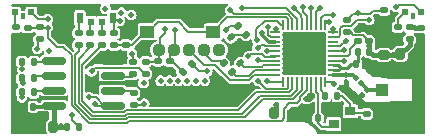
<source format=gbr>
%TF.GenerationSoftware,KiCad,Pcbnew,8.0.6*%
%TF.CreationDate,2025-01-21T23:53:35+01:00*%
%TF.ProjectId,HSSM-LVPCB,4853534d-2d4c-4565-9043-422e6b696361,rev?*%
%TF.SameCoordinates,Original*%
%TF.FileFunction,Copper,L1,Top*%
%TF.FilePolarity,Positive*%
%FSLAX46Y46*%
G04 Gerber Fmt 4.6, Leading zero omitted, Abs format (unit mm)*
G04 Created by KiCad (PCBNEW 8.0.6) date 2025-01-21 23:53:35*
%MOMM*%
%LPD*%
G01*
G04 APERTURE LIST*
G04 Aperture macros list*
%AMRoundRect*
0 Rectangle with rounded corners*
0 $1 Rounding radius*
0 $2 $3 $4 $5 $6 $7 $8 $9 X,Y pos of 4 corners*
0 Add a 4 corners polygon primitive as box body*
4,1,4,$2,$3,$4,$5,$6,$7,$8,$9,$2,$3,0*
0 Add four circle primitives for the rounded corners*
1,1,$1+$1,$2,$3*
1,1,$1+$1,$4,$5*
1,1,$1+$1,$6,$7*
1,1,$1+$1,$8,$9*
0 Add four rect primitives between the rounded corners*
20,1,$1+$1,$2,$3,$4,$5,0*
20,1,$1+$1,$4,$5,$6,$7,0*
20,1,$1+$1,$6,$7,$8,$9,0*
20,1,$1+$1,$8,$9,$2,$3,0*%
G04 Aperture macros list end*
%TA.AperFunction,SMDPad,CuDef*%
%ADD10RoundRect,0.200000X-0.275000X0.200000X-0.275000X-0.200000X0.275000X-0.200000X0.275000X0.200000X0*%
%TD*%
%TA.AperFunction,SMDPad,CuDef*%
%ADD11RoundRect,0.135000X-0.185000X0.135000X-0.185000X-0.135000X0.185000X-0.135000X0.185000X0.135000X0*%
%TD*%
%TA.AperFunction,SMDPad,CuDef*%
%ADD12RoundRect,0.135000X-0.135000X-0.185000X0.135000X-0.185000X0.135000X0.185000X-0.135000X0.185000X0*%
%TD*%
%TA.AperFunction,SMDPad,CuDef*%
%ADD13R,1.050000X1.000000*%
%TD*%
%TA.AperFunction,SMDPad,CuDef*%
%ADD14R,2.200000X1.050000*%
%TD*%
%TA.AperFunction,SMDPad,CuDef*%
%ADD15RoundRect,0.140000X0.170000X-0.140000X0.170000X0.140000X-0.170000X0.140000X-0.170000X-0.140000X0*%
%TD*%
%TA.AperFunction,SMDPad,CuDef*%
%ADD16RoundRect,0.140000X-0.170000X0.140000X-0.170000X-0.140000X0.170000X-0.140000X0.170000X0.140000X0*%
%TD*%
%TA.AperFunction,SMDPad,CuDef*%
%ADD17RoundRect,0.147500X-0.147500X-0.172500X0.147500X-0.172500X0.147500X0.172500X-0.147500X0.172500X0*%
%TD*%
%TA.AperFunction,SMDPad,CuDef*%
%ADD18RoundRect,0.100000X0.100000X-0.130000X0.100000X0.130000X-0.100000X0.130000X-0.100000X-0.130000X0*%
%TD*%
%TA.AperFunction,SMDPad,CuDef*%
%ADD19RoundRect,0.200000X-0.200000X-0.275000X0.200000X-0.275000X0.200000X0.275000X-0.200000X0.275000X0*%
%TD*%
%TA.AperFunction,SMDPad,CuDef*%
%ADD20RoundRect,0.100000X0.162635X-0.021213X-0.021213X0.162635X-0.162635X0.021213X0.021213X-0.162635X0*%
%TD*%
%TA.AperFunction,SMDPad,CuDef*%
%ADD21R,0.600000X0.600000*%
%TD*%
%TA.AperFunction,SMDPad,CuDef*%
%ADD22R,0.400000X0.500000*%
%TD*%
%TA.AperFunction,SMDPad,CuDef*%
%ADD23RoundRect,0.135000X0.226274X0.035355X0.035355X0.226274X-0.226274X-0.035355X-0.035355X-0.226274X0*%
%TD*%
%TA.AperFunction,SMDPad,CuDef*%
%ADD24RoundRect,0.100000X-0.021213X-0.162635X0.162635X0.021213X0.021213X0.162635X-0.162635X-0.021213X0*%
%TD*%
%TA.AperFunction,SMDPad,CuDef*%
%ADD25RoundRect,0.135000X0.135000X0.185000X-0.135000X0.185000X-0.135000X-0.185000X0.135000X-0.185000X0*%
%TD*%
%TA.AperFunction,SMDPad,CuDef*%
%ADD26RoundRect,0.135000X0.185000X-0.135000X0.185000X0.135000X-0.185000X0.135000X-0.185000X-0.135000X0*%
%TD*%
%TA.AperFunction,SMDPad,CuDef*%
%ADD27RoundRect,0.140000X-0.140000X-0.170000X0.140000X-0.170000X0.140000X0.170000X-0.140000X0.170000X0*%
%TD*%
%TA.AperFunction,SMDPad,CuDef*%
%ADD28RoundRect,0.062500X0.350000X0.062500X-0.350000X0.062500X-0.350000X-0.062500X0.350000X-0.062500X0*%
%TD*%
%TA.AperFunction,SMDPad,CuDef*%
%ADD29RoundRect,0.062500X0.062500X0.350000X-0.062500X0.350000X-0.062500X-0.350000X0.062500X-0.350000X0*%
%TD*%
%TA.AperFunction,HeatsinkPad*%
%ADD30R,3.600000X3.600000*%
%TD*%
%TA.AperFunction,SMDPad,CuDef*%
%ADD31RoundRect,0.150000X0.825000X0.150000X-0.825000X0.150000X-0.825000X-0.150000X0.825000X-0.150000X0*%
%TD*%
%TA.AperFunction,SMDPad,CuDef*%
%ADD32RoundRect,0.135000X-0.035355X0.226274X-0.226274X0.035355X0.035355X-0.226274X0.226274X-0.035355X0*%
%TD*%
%TA.AperFunction,SMDPad,CuDef*%
%ADD33RoundRect,0.200000X0.200000X0.275000X-0.200000X0.275000X-0.200000X-0.275000X0.200000X-0.275000X0*%
%TD*%
%TA.AperFunction,SMDPad,CuDef*%
%ADD34R,1.200000X1.000000*%
%TD*%
%TA.AperFunction,SMDPad,CuDef*%
%ADD35R,0.900000X0.800000*%
%TD*%
%TA.AperFunction,SMDPad,CuDef*%
%ADD36RoundRect,0.140000X0.219203X0.021213X0.021213X0.219203X-0.219203X-0.021213X-0.021213X-0.219203X0*%
%TD*%
%TA.AperFunction,SMDPad,CuDef*%
%ADD37RoundRect,0.140000X0.140000X0.170000X-0.140000X0.170000X-0.140000X-0.170000X0.140000X-0.170000X0*%
%TD*%
%TA.AperFunction,SMDPad,CuDef*%
%ADD38RoundRect,0.140000X-0.219203X-0.021213X-0.021213X-0.219203X0.219203X0.021213X0.021213X0.219203X0*%
%TD*%
%TA.AperFunction,SMDPad,CuDef*%
%ADD39R,0.600000X0.900000*%
%TD*%
%TA.AperFunction,SMDPad,CuDef*%
%ADD40R,0.600000X0.550000*%
%TD*%
%TA.AperFunction,ComponentPad*%
%ADD41C,1.117600*%
%TD*%
%TA.AperFunction,ViaPad*%
%ADD42C,0.500000*%
%TD*%
%TA.AperFunction,Conductor*%
%ADD43C,0.150000*%
%TD*%
%TA.AperFunction,Conductor*%
%ADD44C,0.400000*%
%TD*%
%TA.AperFunction,Conductor*%
%ADD45C,0.200000*%
%TD*%
%TA.AperFunction,Conductor*%
%ADD46C,0.600000*%
%TD*%
%TA.AperFunction,Conductor*%
%ADD47C,0.370000*%
%TD*%
%TA.AperFunction,Conductor*%
%ADD48C,0.350000*%
%TD*%
%TA.AperFunction,Conductor*%
%ADD49C,0.250000*%
%TD*%
%TA.AperFunction,Conductor*%
%ADD50C,0.300000*%
%TD*%
G04 APERTURE END LIST*
D10*
%TO.P,C5,1*%
%TO.N,GND*%
X151025000Y-115175000D03*
%TO.P,C5,2*%
%TO.N,+3V3*%
X151025000Y-116825000D03*
%TD*%
D11*
%TO.P,R16,1*%
%TO.N,/S2_sym*%
X153225000Y-114490001D03*
%TO.P,R16,2*%
%TO.N,+3V3*%
X153225000Y-115509999D03*
%TD*%
D12*
%TO.P,R4,1*%
%TO.N,Net-(U1-SPICLK)*%
X120390001Y-118800000D03*
%TO.P,R4,2*%
%TO.N,/SPICLK*%
X121409999Y-118800000D03*
%TD*%
D13*
%TO.P,J1,1*%
%TO.N,Net-(C2-Pad2)*%
X150925000Y-119800000D03*
D14*
%TO.P,J1,S1*%
%TO.N,GND*%
X152450000Y-121275001D03*
D13*
%TO.P,J1,S2*%
X153975000Y-119800000D03*
D14*
%TO.P,J1,S3*%
X152450000Y-118324999D03*
%TD*%
D15*
%TO.P,C21,1*%
%TO.N,GND*%
X151075000Y-114005000D03*
%TO.P,C21,2*%
%TO.N,/GPIO8*%
X151075000Y-113045000D03*
%TD*%
D11*
%TO.P,R2,1*%
%TO.N,Net-(U1-SPIWP)*%
X129825000Y-117440001D03*
%TO.P,R2,2*%
%TO.N,/SPIWP*%
X129825000Y-118459999D03*
%TD*%
D16*
%TO.P,C4,1*%
%TO.N,GND*%
X149800000Y-114670000D03*
%TO.P,C4,2*%
%TO.N,+3V3*%
X149800000Y-115630000D03*
%TD*%
D15*
%TO.P,C11,1*%
%TO.N,GND*%
X144900000Y-121280000D03*
%TO.P,C11,2*%
%TO.N,+3V3*%
X144900000Y-120320000D03*
%TD*%
D17*
%TO.P,L2,1*%
%TO.N,Net-(C3-Pad2)*%
X148820000Y-116550000D03*
%TO.P,L2,2*%
%TO.N,+3V3*%
X149780000Y-116550000D03*
%TD*%
D18*
%TO.P,C1,1*%
%TO.N,GND*%
X147800000Y-119120000D03*
%TO.P,C1,2*%
%TO.N,Net-(U1-ANT)*%
X147800000Y-118480000D03*
%TD*%
D19*
%TO.P,C9,1*%
%TO.N,GND*%
X121375000Y-122899999D03*
%TO.P,C9,2*%
%TO.N,VDD_SPI*%
X123025000Y-122899999D03*
%TD*%
D20*
%TO.P,L1,1*%
%TO.N,Net-(C2-Pad2)*%
X149126274Y-119226274D03*
%TO.P,L1,2*%
%TO.N,Net-(U1-ANT)*%
X148673726Y-118773726D03*
%TD*%
D11*
%TO.P,R15,1*%
%TO.N,/S1_sym*%
X121900000Y-114490001D03*
%TO.P,R15,2*%
%TO.N,+3V3*%
X121900000Y-115509999D03*
%TD*%
D21*
%TO.P,D2,1*%
%TO.N,Net-(D2-Pad1)*%
X152800000Y-113225000D03*
%TO.P,D2,2*%
%TO.N,/GPIO_Q2*%
X154200000Y-113225000D03*
D22*
%TO.P,D2,3*%
%TO.N,N/C*%
X153500000Y-113525000D03*
%TD*%
D16*
%TO.P,C7,1*%
%TO.N,GND*%
X148875000Y-114670000D03*
%TO.P,C7,2*%
%TO.N,Net-(U1-VDDPST1)*%
X148875000Y-115630000D03*
%TD*%
D23*
%TO.P,R6,1*%
%TO.N,Net-(U1-U0TXD)*%
X138210624Y-118260624D03*
%TO.P,R6,2*%
%TO.N,/U0TXD*%
X137489376Y-117539376D03*
%TD*%
D24*
%TO.P,C2,1*%
%TO.N,GND*%
X149173726Y-120226274D03*
%TO.P,C2,2*%
%TO.N,Net-(C2-Pad2)*%
X149626274Y-119773726D03*
%TD*%
D15*
%TO.P,C13,1*%
%TO.N,GND*%
X149600000Y-122780000D03*
%TO.P,C13,2*%
%TO.N,Net-(C13-Pad2)*%
X149600000Y-121820000D03*
%TD*%
D25*
%TO.P,R8,1*%
%TO.N,/SPICS0*%
X125234999Y-122900000D03*
%TO.P,R8,2*%
%TO.N,VDD_SPI*%
X124215001Y-122900000D03*
%TD*%
D15*
%TO.P,C15,1*%
%TO.N,GND*%
X132900000Y-118280000D03*
%TO.P,C15,2*%
%TO.N,/Enable*%
X132900000Y-117320000D03*
%TD*%
D25*
%TO.P,R5,1*%
%TO.N,/SPID*%
X121409999Y-117400000D03*
%TO.P,R5,2*%
%TO.N,Net-(U1-SPID)*%
X120390001Y-117400000D03*
%TD*%
%TO.P,R7,1*%
%TO.N,Net-(C13-Pad2)*%
X147109999Y-120300000D03*
%TO.P,R7,2*%
%TO.N,Net-(U1-XTAL_P)*%
X146090001Y-120300000D03*
%TD*%
D12*
%TO.P,R3,1*%
%TO.N,Net-(U1-SPIHD)*%
X120390001Y-120000000D03*
%TO.P,R3,2*%
%TO.N,/SPIHD*%
X121409999Y-120000000D03*
%TD*%
D26*
%TO.P,R23,1*%
%TO.N,+3V3*%
X130900000Y-118409999D03*
%TO.P,R23,2*%
%TO.N,/BOOT*%
X130900000Y-117390001D03*
%TD*%
D21*
%TO.P,D7,1*%
%TO.N,Net-(D7-Pad1)*%
X119800000Y-113225000D03*
%TO.P,D7,2*%
%TO.N,/GPIO_Q1*%
X121200000Y-113225000D03*
D22*
%TO.P,D7,3*%
%TO.N,N/C*%
X120500000Y-113525000D03*
%TD*%
D27*
%TO.P,C8,1*%
%TO.N,GND*%
X120420000Y-121200000D03*
%TO.P,C8,2*%
%TO.N,VDD_SPI*%
X121380000Y-121200000D03*
%TD*%
D26*
%TO.P,R18,1*%
%TO.N,GND*%
X119900000Y-115509999D03*
%TO.P,R18,2*%
%TO.N,Net-(D7-Pad1)*%
X119900000Y-114490001D03*
%TD*%
D28*
%TO.P,U1,1,ANT*%
%TO.N,Net-(U1-ANT)*%
X146737500Y-118500000D03*
%TO.P,U1,2,VDDA3P3*%
%TO.N,Net-(C3-Pad2)*%
X146737500Y-118100000D03*
%TO.P,U1,3,VDDA3P3*%
X146737500Y-117700000D03*
%TO.P,U1,4,CHIP_EN*%
%TO.N,/Enable*%
X146737500Y-117300000D03*
%TO.P,U1,5,VDDPST1*%
%TO.N,Net-(U1-VDDPST1)*%
X146737500Y-116900000D03*
%TO.P,U1,6,XTAL_32K_P*%
%TO.N,/DO2*%
X146737500Y-116500000D03*
%TO.P,U1,7,XTAL_32K_N*%
%TO.N,/S2_sym*%
X146737500Y-116100000D03*
%TO.P,U1,8,GPIO2*%
%TO.N,unconnected-(U1-GPIO2-Pad8)*%
X146737500Y-115700000D03*
%TO.P,U1,9,GPIO3*%
%TO.N,/DO3*%
X146737500Y-115300000D03*
%TO.P,U1,10,MTMS*%
%TO.N,/LP_UART_RXD*%
X146737500Y-114900000D03*
D29*
%TO.P,U1,11,MTDI*%
%TO.N,/LP_UART_TXD*%
X146100000Y-114262500D03*
%TO.P,U1,12,MTCK*%
%TO.N,/S3_sym*%
X145700000Y-114262500D03*
%TO.P,U1,13,MTDO*%
%TO.N,/DO1*%
X145300000Y-114262500D03*
%TO.P,U1,14,GPIO8*%
%TO.N,/GPIO8*%
X144900000Y-114262500D03*
%TO.P,U1,15,GPIO9*%
%TO.N,/BOOT*%
X144500000Y-114262500D03*
%TO.P,U1,16,GPIO10*%
%TO.N,/GPIO_Q2*%
X144100000Y-114262500D03*
%TO.P,U1,17,GPIO11*%
%TO.N,/GPIO_S3*%
X143700000Y-114262500D03*
%TO.P,U1,18,GPIO12*%
%TO.N,/GPIO_S2*%
X143300000Y-114262500D03*
%TO.P,U1,19,GPIO13*%
%TO.N,/S_set*%
X142900000Y-114262500D03*
%TO.P,U1,20,SPICS0*%
%TO.N,/SPICS0*%
X142500000Y-114262500D03*
D28*
%TO.P,U1,21,SPIQ*%
%TO.N,Net-(U1-SPIQ)*%
X141862500Y-114900000D03*
%TO.P,U1,22,SPIWP*%
%TO.N,Net-(U1-SPIWP)*%
X141862500Y-115300000D03*
%TO.P,U1,23,VDD_SPI*%
%TO.N,VDD_SPI*%
X141862500Y-115700000D03*
%TO.P,U1,24,SPIHD*%
%TO.N,Net-(U1-SPIHD)*%
X141862500Y-116100000D03*
%TO.P,U1,25,SPICLK*%
%TO.N,Net-(U1-SPICLK)*%
X141862500Y-116500000D03*
%TO.P,U1,26,SPID*%
%TO.N,Net-(U1-SPID)*%
X141862500Y-116900000D03*
%TO.P,U1,27,GPIO15*%
%TO.N,/P_MEAS_RST*%
X141862500Y-117300000D03*
%TO.P,U1,28,VDDPST2*%
%TO.N,Net-(U1-VDDPST2)*%
X141862500Y-117700000D03*
%TO.P,U1,29,U0TXD*%
%TO.N,Net-(U1-U0TXD)*%
X141862500Y-118100000D03*
%TO.P,U1,30,U0RXD*%
%TO.N,/U0RXD*%
X141862500Y-118500000D03*
D29*
%TO.P,U1,31,SDIO_CMD*%
%TO.N,/GPIO_Q1*%
X142500000Y-119137500D03*
%TO.P,U1,32,SDIO_CLK*%
%TO.N,/GPIO_S1*%
X142900000Y-119137500D03*
%TO.P,U1,33,SDIO_DATA0*%
%TO.N,/RGB_B*%
X143300000Y-119137500D03*
%TO.P,U1,34,SDIO_DATA1*%
%TO.N,/RGB_G*%
X143700000Y-119137500D03*
%TO.P,U1,35,SDIO_DATA2*%
%TO.N,/RGB_R*%
X144100000Y-119137500D03*
%TO.P,U1,36,SDIO_DATA3*%
%TO.N,/S1_sym*%
X144500000Y-119137500D03*
%TO.P,U1,37,VDDA1*%
%TO.N,+3V3*%
X144900000Y-119137500D03*
%TO.P,U1,38,XTAL_N*%
%TO.N,Net-(U1-XTAL_N)*%
X145300000Y-119137500D03*
%TO.P,U1,39,XTAL_P*%
%TO.N,Net-(U1-XTAL_P)*%
X145700000Y-119137500D03*
%TO.P,U1,40,VDDA2*%
%TO.N,+3V3*%
X146100000Y-119137500D03*
D30*
%TO.P,U1,41,GND*%
%TO.N,GND*%
X144300000Y-116700000D03*
%TD*%
D26*
%TO.P,R13,1*%
%TO.N,/RGB_B*%
X127200000Y-116009999D03*
%TO.P,R13,2*%
%TO.N,Net-(D6-Pad2)*%
X127200000Y-114990001D03*
%TD*%
D31*
%TO.P,U2,1,~{CS}*%
%TO.N,/SPICS0*%
X128075000Y-121105000D03*
%TO.P,U2,2,D0*%
%TO.N,/SPIQ*%
X128075000Y-119835000D03*
%TO.P,U2,3,~{WP}*%
%TO.N,/SPIWP*%
X128075000Y-118565000D03*
%TO.P,U2,4,GND*%
%TO.N,GND*%
X128075000Y-117295000D03*
%TO.P,U2,5,DI*%
%TO.N,/SPID*%
X123125000Y-117295000D03*
%TO.P,U2,6,CLK*%
%TO.N,/SPICLK*%
X123125000Y-118565000D03*
%TO.P,U2,7,~{HOLD}*%
%TO.N,/SPIHD*%
X123125000Y-119835000D03*
%TO.P,U2,8,VCC*%
%TO.N,VDD_SPI*%
X123125000Y-121105000D03*
%TD*%
D15*
%TO.P,C18,1*%
%TO.N,GND*%
X154175000Y-115480000D03*
%TO.P,C18,2*%
%TO.N,/S2_sym*%
X154175000Y-114520000D03*
%TD*%
D26*
%TO.P,R14,1*%
%TO.N,/S_set*%
X128200000Y-116009999D03*
%TO.P,R14,2*%
%TO.N,+3V3*%
X128200000Y-114990001D03*
%TD*%
D32*
%TO.P,R24,1*%
%TO.N,+3V3*%
X134760624Y-117564376D03*
%TO.P,R24,2*%
%TO.N,/Enable*%
X134039376Y-118285624D03*
%TD*%
D26*
%TO.P,R19,1*%
%TO.N,GND*%
X152225000Y-115484999D03*
%TO.P,R19,2*%
%TO.N,Net-(D2-Pad1)*%
X152225000Y-114465001D03*
%TD*%
D33*
%TO.P,C12,1*%
%TO.N,GND*%
X143425000Y-121750000D03*
%TO.P,C12,2*%
%TO.N,+3V3*%
X141775000Y-121750000D03*
%TD*%
D26*
%TO.P,R12,1*%
%TO.N,/RGB_R*%
X125200000Y-116009999D03*
%TO.P,R12,2*%
%TO.N,Net-(D6-Pad4)*%
X125200000Y-114990001D03*
%TD*%
%TO.P,R1,1*%
%TO.N,Net-(U1-SPIQ)*%
X129850000Y-121059999D03*
%TO.P,R1,2*%
%TO.N,/SPIQ*%
X129850000Y-120040001D03*
%TD*%
D34*
%TO.P,SW_USER1,1*%
%TO.N,/S_set*%
X131000000Y-114850000D03*
%TO.P,SW_USER1,2*%
%TO.N,GND*%
X131000000Y-113150000D03*
%TO.P,SW_USER1,3*%
%TO.N,/S_set*%
X136600000Y-114850000D03*
%TO.P,SW_USER1,4*%
%TO.N,GND*%
X136600000Y-113150000D03*
%TD*%
D16*
%TO.P,C16,1*%
%TO.N,GND*%
X129200000Y-115020000D03*
%TO.P,C16,2*%
%TO.N,/S_set*%
X129200000Y-115980000D03*
%TD*%
D15*
%TO.P,C17,1*%
%TO.N,GND*%
X120900000Y-115480000D03*
%TO.P,C17,2*%
%TO.N,/S1_sym*%
X120900000Y-114520000D03*
%TD*%
D35*
%TO.P,Y1,1,1*%
%TO.N,Net-(C13-Pad2)*%
X148200000Y-121600000D03*
%TO.P,Y1,2,2*%
%TO.N,GND*%
X146800000Y-121600000D03*
%TO.P,Y1,3,3*%
%TO.N,Net-(U1-XTAL_N)*%
X146800000Y-122700000D03*
%TO.P,Y1,4,4*%
%TO.N,GND*%
X148200000Y-122700000D03*
%TD*%
D23*
%TO.P,R17,1*%
%TO.N,/S3_sym*%
X139410624Y-115110624D03*
%TO.P,R17,2*%
%TO.N,+3V3*%
X138689376Y-114389376D03*
%TD*%
D15*
%TO.P,C20,1*%
%TO.N,GND*%
X131900000Y-118280000D03*
%TO.P,C20,2*%
%TO.N,/BOOT*%
X131900000Y-117320000D03*
%TD*%
D36*
%TO.P,C19,1*%
%TO.N,GND*%
X138764411Y-115989411D03*
%TO.P,C19,2*%
%TO.N,/S3_sym*%
X138085589Y-115310589D03*
%TD*%
D26*
%TO.P,R11,1*%
%TO.N,/RGB_G*%
X126200000Y-116009999D03*
%TO.P,R11,2*%
%TO.N,Net-(D6-Pad3)*%
X126200000Y-114990001D03*
%TD*%
%TO.P,R22,1*%
%TO.N,+3V3*%
X147900000Y-114909999D03*
%TO.P,R22,2*%
%TO.N,/GPIO8*%
X147900000Y-113890001D03*
%TD*%
D33*
%TO.P,C6,1*%
%TO.N,GND*%
X154100000Y-116750000D03*
%TO.P,C6,2*%
%TO.N,+3V3*%
X152450000Y-116750000D03*
%TD*%
D37*
%TO.P,C3,1*%
%TO.N,GND*%
X149680000Y-117550000D03*
%TO.P,C3,2*%
%TO.N,Net-(C3-Pad2)*%
X148720000Y-117550000D03*
%TD*%
D38*
%TO.P,C10,1*%
%TO.N,GND*%
X138210589Y-116835589D03*
%TO.P,C10,2*%
%TO.N,Net-(U1-VDDPST2)*%
X138889411Y-117514411D03*
%TD*%
D27*
%TO.P,C14,1*%
%TO.N,GND*%
X144520000Y-122200000D03*
%TO.P,C14,2*%
%TO.N,Net-(U1-XTAL_N)*%
X145480000Y-122200000D03*
%TD*%
D39*
%TO.P,D6,1*%
%TO.N,+3V3*%
X128099999Y-113675000D03*
D40*
%TO.P,D6,2*%
%TO.N,Net-(D6-Pad2)*%
X127150000Y-114000000D03*
%TO.P,D6,3*%
%TO.N,Net-(D6-Pad3)*%
X126250000Y-114000000D03*
D39*
%TO.P,D6,4*%
%TO.N,Net-(D6-Pad4)*%
X125300001Y-113675000D03*
%TD*%
D41*
%TO.P,J2,1,1*%
%TO.N,GND*%
X130729999Y-116400000D03*
%TO.P,J2,2,2*%
%TO.N,/BOOT*%
X132000000Y-116400000D03*
%TO.P,J2,3,3*%
%TO.N,/Enable*%
X133269999Y-116400000D03*
%TO.P,J2,4,4*%
%TO.N,/U0RXD*%
X134539999Y-116400000D03*
%TO.P,J2,5,5*%
%TO.N,/U0TXD*%
X135809998Y-116400000D03*
%TO.P,J2,6,6*%
%TO.N,+3V3*%
X137079999Y-116400000D03*
%TD*%
D42*
%TO.N,GND*%
X124400000Y-113200000D03*
X129000000Y-116700000D03*
X143825000Y-116350000D03*
X131400000Y-119025000D03*
X147800000Y-119700000D03*
X144775000Y-117175000D03*
X124275000Y-115675000D03*
X151325000Y-122900000D03*
X150900000Y-121250000D03*
X151020000Y-114670000D03*
X151050000Y-115750000D03*
X122000000Y-113200000D03*
X144750000Y-116325000D03*
X148700000Y-120600000D03*
X154025000Y-117650000D03*
X143800000Y-117150000D03*
X136650000Y-119000000D03*
X126400000Y-117450000D03*
X149000000Y-122800000D03*
X146000000Y-121400000D03*
X150950000Y-118300000D03*
X129850000Y-114575000D03*
X120200000Y-116300000D03*
X153425000Y-122850000D03*
X120325000Y-121850000D03*
X135275000Y-114200000D03*
X120400000Y-122900000D03*
X149800000Y-121050000D03*
X139250000Y-116350000D03*
X144200000Y-121750000D03*
X149800000Y-118150000D03*
X149375000Y-114625000D03*
%TO.N,+3V3*%
X144450000Y-120550000D03*
X149825000Y-116050000D03*
X146800000Y-119300000D03*
X121700000Y-116300000D03*
X126300000Y-118200000D03*
X137700000Y-114700000D03*
X136100000Y-118200000D03*
X128700000Y-113925000D03*
X141900000Y-121600000D03*
X141900000Y-121025000D03*
%TO.N,/BOOT*%
X132500000Y-114600000D03*
X144200000Y-112800000D03*
%TO.N,/GPIO_Q1*%
X130700000Y-119200000D03*
X122700000Y-116500000D03*
X141125000Y-119000000D03*
X122600000Y-113800000D03*
%TO.N,/GPIO_Q2*%
X132900000Y-119000000D03*
X143425000Y-112825000D03*
X127475000Y-112900000D03*
X152100000Y-112775000D03*
%TO.N,/Enable*%
X133350000Y-114675000D03*
X147700000Y-117375000D03*
%TO.N,Net-(U1-SPIQ)*%
X141950000Y-114600000D03*
X130750000Y-120950000D03*
%TO.N,Net-(U1-SPIWP)*%
X141250000Y-114450000D03*
X129725000Y-116725000D03*
%TO.N,Net-(U1-SPIHD)*%
X140350000Y-116250000D03*
X120400000Y-120400000D03*
%TO.N,Net-(U1-SPICLK)*%
X120500000Y-119200000D03*
X141175000Y-116500000D03*
%TO.N,Net-(U1-SPID)*%
X120450000Y-118050000D03*
X139550000Y-116950000D03*
%TO.N,/SPICS0*%
X124650000Y-121875000D03*
X140300000Y-115550000D03*
X126600000Y-121000000D03*
X126100000Y-120400000D03*
%TO.N,/GPIO8*%
X144900000Y-112825000D03*
X148875000Y-113250000D03*
%TO.N,VDD_SPI*%
X140750000Y-114950000D03*
X123675000Y-122875000D03*
%TO.N,/S2_sym*%
X147800000Y-115600000D03*
X153650000Y-114520000D03*
%TO.N,/DO1*%
X135150000Y-119000000D03*
X145625000Y-112825000D03*
%TO.N,/DO3*%
X149800000Y-113875000D03*
%TO.N,/P_MEAS_RST*%
X140375000Y-117225000D03*
X135900000Y-119000000D03*
%TO.N,/GPIO_S2*%
X138050000Y-113050000D03*
X128825000Y-113250000D03*
X133650000Y-119000000D03*
%TO.N,/DO2*%
X147700000Y-116375000D03*
%TO.N,/GPIO_S1*%
X140400000Y-119000000D03*
%TO.N,+12V*%
X132150000Y-119000000D03*
%TO.N,/GPIO_S3*%
X134400000Y-119000000D03*
X139000000Y-112825000D03*
X129650000Y-113450000D03*
%TO.N,/LP_UART_RXD*%
X146775000Y-114600000D03*
%TO.N,/LP_UART_TXD*%
X146425000Y-114050000D03*
%TO.N,/S1_sym*%
X122600000Y-114500000D03*
%TO.N,/S3_sym*%
X138210589Y-115310589D03*
X146775000Y-113475000D03*
%TD*%
D43*
%TO.N,GND*%
X129850000Y-114125000D02*
X130825000Y-113150000D01*
D44*
X153975000Y-119800000D02*
X153975000Y-120575000D01*
D43*
X126400000Y-117450000D02*
X126555000Y-117295000D01*
D44*
X147800000Y-119120000D02*
X147800000Y-119700000D01*
X154100000Y-116750000D02*
X154100000Y-117400000D01*
D43*
X138721178Y-116325000D02*
X138210589Y-116835589D01*
D44*
X152450000Y-118324999D02*
X150974999Y-118324999D01*
X153274999Y-121275001D02*
X152450000Y-121275001D01*
D43*
X144200000Y-121750000D02*
X144200000Y-121880000D01*
D44*
X149148726Y-120226274D02*
X148775000Y-120600000D01*
X152450000Y-118324999D02*
X153274999Y-118324999D01*
X150925001Y-121275001D02*
X150900000Y-121250000D01*
X149173726Y-120226274D02*
X149148726Y-120226274D01*
D43*
X151020000Y-114285000D02*
X151250000Y-114055000D01*
D45*
X121375000Y-122899999D02*
X120400001Y-122899999D01*
D43*
X128175000Y-117395000D02*
X128075000Y-117295000D01*
D44*
X151020000Y-114670000D02*
X151025000Y-114675000D01*
D43*
X139250000Y-116350000D02*
X139225000Y-116325000D01*
X120200000Y-115809999D02*
X120200000Y-116300000D01*
X149600000Y-122780000D02*
X149020000Y-122780000D01*
D44*
X152450000Y-121275001D02*
X150925001Y-121275001D01*
X154100000Y-115555000D02*
X154100000Y-116750000D01*
D43*
X149680000Y-117550000D02*
X149680000Y-118030000D01*
D46*
X143425000Y-121750000D02*
X144200000Y-121750000D01*
D43*
X149375000Y-114625000D02*
X149755000Y-114625000D01*
X119900000Y-115509999D02*
X120200000Y-115809999D01*
X149020000Y-122780000D02*
X149000000Y-122800000D01*
D46*
X144520000Y-122200000D02*
X144520000Y-121660000D01*
D43*
X149375000Y-114625000D02*
X148920000Y-114625000D01*
X136750000Y-113000000D02*
X136600000Y-113150000D01*
X149755000Y-114625000D02*
X149800000Y-114670000D01*
X144200000Y-121880000D02*
X144520000Y-122200000D01*
D44*
X151025000Y-114675000D02*
X151025000Y-115175000D01*
D43*
X139225000Y-116325000D02*
X138721178Y-116325000D01*
X148300000Y-122800000D02*
X149000000Y-122800000D01*
X151020000Y-114670000D02*
X151020000Y-114285000D01*
D44*
X154175000Y-115480000D02*
X154100000Y-115555000D01*
D43*
X149680000Y-118030000D02*
X149800000Y-118150000D01*
D44*
X138889411Y-115989411D02*
X138764411Y-115989411D01*
D43*
X148920000Y-114625000D02*
X148875000Y-114670000D01*
D44*
X153175001Y-118324999D02*
X152450000Y-118324999D01*
D43*
X129850000Y-114575000D02*
X129645000Y-114575000D01*
X136600000Y-113150000D02*
X131000000Y-113150000D01*
D44*
X150974999Y-118324999D02*
X150950000Y-118300000D01*
X153975000Y-120575000D02*
X153274999Y-121275001D01*
D46*
X144520000Y-121660000D02*
X144900000Y-121280000D01*
D43*
X131900000Y-118525000D02*
X131400000Y-119025000D01*
X120200000Y-116180000D02*
X120200000Y-116300000D01*
X146075000Y-121475000D02*
X146675000Y-121475000D01*
X130825000Y-113150000D02*
X131000000Y-113150000D01*
D44*
X154100000Y-117400000D02*
X153175001Y-118324999D01*
X148775000Y-120600000D02*
X148700000Y-120600000D01*
X153975000Y-119025000D02*
X153975000Y-119800000D01*
D43*
X148200000Y-122700000D02*
X148300000Y-122800000D01*
X120900000Y-115480000D02*
X120200000Y-116180000D01*
D44*
X153274999Y-118324999D02*
X153975000Y-119025000D01*
D43*
X146000000Y-121400000D02*
X146075000Y-121475000D01*
D44*
X151020000Y-114670000D02*
X149800000Y-114670000D01*
D45*
X120400001Y-122899999D02*
X120400000Y-122900000D01*
D43*
X131900000Y-118280000D02*
X131900000Y-118525000D01*
X129645000Y-114575000D02*
X129200000Y-115020000D01*
X129850000Y-114575000D02*
X129850000Y-114125000D01*
X128805000Y-117395000D02*
X128175000Y-117395000D01*
X126555000Y-117295000D02*
X128075000Y-117295000D01*
D44*
X139250000Y-116350000D02*
X138889411Y-115989411D01*
D47*
%TO.N,Net-(U1-ANT)*%
X147820000Y-118500000D02*
X148400000Y-118500000D01*
X148400000Y-118500000D02*
X148673726Y-118773726D01*
D48*
X146737500Y-118500000D02*
X147780000Y-118500000D01*
D43*
X147780000Y-118500000D02*
X147800000Y-118480000D01*
D47*
X147800000Y-118480000D02*
X147820000Y-118500000D01*
D43*
%TO.N,Net-(C2-Pad2)*%
X149626274Y-119726274D02*
X149626274Y-119773726D01*
D47*
X150898726Y-119773726D02*
X150925000Y-119800000D01*
X149126274Y-119226274D02*
X149626274Y-119726274D01*
X149626274Y-119773726D02*
X150898726Y-119773726D01*
D49*
%TO.N,Net-(C3-Pad2)*%
X146737500Y-118100000D02*
X147200000Y-118100000D01*
X146737500Y-117700000D02*
X147200000Y-117700000D01*
X147200000Y-117700000D02*
X147400000Y-117900000D01*
X147400000Y-117900000D02*
X147925000Y-117900000D01*
X148670000Y-117600000D02*
X148720000Y-117550000D01*
X147200000Y-118100000D02*
X147400000Y-117900000D01*
X148720000Y-117550000D02*
X148825000Y-117445000D01*
X147925000Y-117900000D02*
X148225000Y-117600000D01*
X148825000Y-116555000D02*
X148820000Y-116550000D01*
X148225000Y-117600000D02*
X148670000Y-117600000D01*
X148825000Y-117445000D02*
X148825000Y-116555000D01*
D43*
%TO.N,+3V3*%
X138689376Y-114389376D02*
X138010624Y-114389376D01*
X121800000Y-115609999D02*
X121800000Y-116200000D01*
X144900000Y-120320000D02*
X144900000Y-119137500D01*
X146100000Y-119137500D02*
X146637500Y-119137500D01*
X136100000Y-118200000D02*
X135396248Y-118200000D01*
X128324999Y-113900000D02*
X128099999Y-113675000D01*
X128099999Y-113675000D02*
X128099999Y-113799999D01*
D44*
X149800000Y-115630000D02*
X149800000Y-116530000D01*
X141900000Y-121000000D02*
X141900000Y-121600000D01*
D43*
X128099999Y-113799999D02*
X128200000Y-113900000D01*
D44*
X149780000Y-116550000D02*
X149825000Y-116550000D01*
D43*
X148475000Y-115125000D02*
X149295000Y-115125000D01*
X130900000Y-118409999D02*
X130809999Y-118409999D01*
D44*
X153225000Y-115509999D02*
X153225000Y-115975000D01*
D43*
X128700000Y-113925000D02*
X128675000Y-113900000D01*
X146637500Y-119137500D02*
X146800000Y-119300000D01*
D44*
X144670000Y-120550000D02*
X144900000Y-120320000D01*
D43*
X121800000Y-116200000D02*
X121700000Y-116300000D01*
D44*
X149825000Y-116550000D02*
X150100000Y-116825000D01*
D45*
X128675000Y-113900000D02*
X128324999Y-113900000D01*
D44*
X151050000Y-116800000D02*
X151025000Y-116825000D01*
X149800000Y-116530000D02*
X149780000Y-116550000D01*
X152450000Y-116750000D02*
X151850000Y-116750000D01*
X151800000Y-116800000D02*
X151050000Y-116800000D01*
D43*
X130300000Y-117900000D02*
X126600000Y-117900000D01*
D44*
X151850000Y-116750000D02*
X151800000Y-116800000D01*
X153225000Y-115975000D02*
X152450000Y-116750000D01*
D43*
X149295000Y-115125000D02*
X149800000Y-115630000D01*
X126600000Y-117900000D02*
X126300000Y-118200000D01*
X128200000Y-113900000D02*
X128200000Y-114990001D01*
X130809999Y-118409999D02*
X130300000Y-117900000D01*
X147900000Y-114909999D02*
X148259999Y-114909999D01*
X148259999Y-114909999D02*
X148475000Y-115125000D01*
D44*
X144450000Y-120550000D02*
X144670000Y-120550000D01*
D43*
X135396248Y-118200000D02*
X134760624Y-117564376D01*
D44*
X150100000Y-116825000D02*
X151025000Y-116825000D01*
D43*
X121900000Y-115509999D02*
X121800000Y-115609999D01*
X138010624Y-114389376D02*
X137700000Y-114700000D01*
%TO.N,Net-(U1-VDDPST1)*%
X146737500Y-116900000D02*
X148000000Y-116900000D01*
X148200000Y-116300000D02*
X148870000Y-115630000D01*
X148870000Y-115630000D02*
X148875000Y-115630000D01*
X148200000Y-116700000D02*
X148200000Y-116300000D01*
X148000000Y-116900000D02*
X148200000Y-116700000D01*
%TO.N,Net-(U1-VDDPST2)*%
X141862500Y-117700000D02*
X140850000Y-117700000D01*
X140725000Y-117825000D02*
X139200000Y-117825000D01*
X139200000Y-117825000D02*
X138889411Y-117514411D01*
X140850000Y-117700000D02*
X140725000Y-117825000D01*
%TO.N,Net-(C13-Pad2)*%
X147500000Y-120300000D02*
X148200000Y-121000000D01*
X149600000Y-121820000D02*
X149480000Y-121700000D01*
X149480000Y-121700000D02*
X148300000Y-121700000D01*
X148300000Y-121700000D02*
X148200000Y-121600000D01*
X147109999Y-120300000D02*
X147500000Y-120300000D01*
X148200000Y-121000000D02*
X148200000Y-121600000D01*
%TO.N,Net-(U1-XTAL_N)*%
X145300000Y-119950000D02*
X145300000Y-119137500D01*
X145480000Y-122580000D02*
X145800000Y-122900000D01*
X145480000Y-122200000D02*
X145480000Y-122580000D01*
X145480000Y-122200000D02*
X145480000Y-120130000D01*
X145480000Y-120130000D02*
X145300000Y-119950000D01*
X145800000Y-122900000D02*
X146650000Y-122900000D01*
X146650000Y-122900000D02*
X146675000Y-122925000D01*
%TO.N,/BOOT*%
X132100000Y-116300000D02*
X132000000Y-116400000D01*
X130900000Y-117390001D02*
X131829999Y-117390001D01*
X132100000Y-115400000D02*
X132100000Y-116300000D01*
X132000000Y-117220000D02*
X132000000Y-116400000D01*
X144200000Y-112800000D02*
X144200000Y-113225000D01*
X132500000Y-115000000D02*
X132100000Y-115400000D01*
X144200000Y-113225000D02*
X144500000Y-113525000D01*
X132500000Y-114600000D02*
X132500000Y-115000000D01*
X144500000Y-113525000D02*
X144500000Y-114262500D01*
X131829999Y-117390001D02*
X131900000Y-117320000D01*
X131900000Y-117320000D02*
X132000000Y-117220000D01*
%TO.N,/GPIO_Q1*%
X121200000Y-113225000D02*
X121775000Y-113800000D01*
X141262500Y-119137500D02*
X142500000Y-119137500D01*
X141125000Y-119000000D02*
X141262500Y-119137500D01*
X121775000Y-113800000D02*
X122600000Y-113800000D01*
%TO.N,/GPIO_Q2*%
X152275000Y-112600000D02*
X153575000Y-112600000D01*
X153575000Y-112600000D02*
X154200000Y-113225000D01*
X143425000Y-112825000D02*
X144000000Y-113400000D01*
X144000000Y-113400000D02*
X144000000Y-113650000D01*
X144100000Y-113750000D02*
X144100000Y-114262500D01*
X152100000Y-112775000D02*
X152275000Y-112600000D01*
X144000000Y-113650000D02*
X144100000Y-113750000D01*
%TO.N,/Enable*%
X133350000Y-116319999D02*
X133269999Y-116400000D01*
X133893128Y-118285624D02*
X134039376Y-118285624D01*
X132900000Y-117146248D02*
X132900000Y-116769999D01*
X147700000Y-117375000D02*
X147625000Y-117300000D01*
X133878752Y-118300000D02*
X133893128Y-118285624D01*
X147625000Y-117300000D02*
X146737500Y-117300000D01*
X134039376Y-118285624D02*
X132900000Y-117146248D01*
X132900000Y-116769999D02*
X133269999Y-116400000D01*
X133350000Y-114675000D02*
X133350000Y-116319999D01*
%TO.N,Net-(U1-SPIQ)*%
X130640001Y-121059999D02*
X129850000Y-121059999D01*
X141925000Y-114600000D02*
X141862500Y-114662500D01*
X130750000Y-120950000D02*
X130640001Y-121059999D01*
X141862500Y-114662500D02*
X141862500Y-114900000D01*
X141950000Y-114600000D02*
X141925000Y-114600000D01*
%TO.N,/SPIQ*%
X129644999Y-119835000D02*
X129850000Y-120040001D01*
X128075000Y-119835000D02*
X129644999Y-119835000D01*
%TO.N,/SPIWP*%
X128160000Y-118650000D02*
X129740001Y-118650000D01*
X128075000Y-118565000D02*
X128160000Y-118650000D01*
%TO.N,Net-(U1-SPIWP)*%
X129825000Y-116825000D02*
X129825000Y-117440001D01*
X141250000Y-115100000D02*
X141450000Y-115300000D01*
X141250000Y-114450000D02*
X141250000Y-115100000D01*
X141450000Y-115300000D02*
X141862500Y-115300000D01*
X129725000Y-116725000D02*
X129825000Y-116825000D01*
%TO.N,/SPIHD*%
X121574999Y-119835000D02*
X121409999Y-120000000D01*
X123125000Y-119835000D02*
X121574999Y-119835000D01*
%TO.N,Net-(U1-SPIHD)*%
X141000000Y-116025000D02*
X141787500Y-116025000D01*
X140350000Y-116250000D02*
X140650000Y-115950000D01*
X120390001Y-120000000D02*
X120390001Y-120390001D01*
X141787500Y-116025000D02*
X141862500Y-116100000D01*
X140925000Y-115950000D02*
X141000000Y-116025000D01*
X120390001Y-120390001D02*
X120400000Y-120400000D01*
X140650000Y-115950000D02*
X140925000Y-115950000D01*
%TO.N,/SPICLK*%
X121644999Y-118565000D02*
X121409999Y-118800000D01*
X123125000Y-118565000D02*
X121644999Y-118565000D01*
%TO.N,Net-(U1-SPICLK)*%
X141175000Y-116500000D02*
X141862500Y-116500000D01*
X120500000Y-119200000D02*
X120390001Y-119090001D01*
X120390001Y-119090001D02*
X120390001Y-118800000D01*
%TO.N,/SPID*%
X121409999Y-117400000D02*
X123020000Y-117400000D01*
X123020000Y-117400000D02*
X123125000Y-117295000D01*
%TO.N,Net-(U1-SPID)*%
X140725000Y-116750000D02*
X140950000Y-116975000D01*
X139550000Y-116950000D02*
X139750000Y-116750000D01*
X139750000Y-116750000D02*
X140725000Y-116750000D01*
X120390001Y-117990001D02*
X120450000Y-118050000D01*
X141787500Y-116975000D02*
X141862500Y-116900000D01*
X140950000Y-116975000D02*
X141787500Y-116975000D01*
X120390001Y-117400000D02*
X120390001Y-117990001D01*
%TO.N,Net-(U1-U0TXD)*%
X138525000Y-118575000D02*
X138210624Y-118260624D01*
X140100000Y-118100000D02*
X139625000Y-118575000D01*
X141862500Y-118100000D02*
X140100000Y-118100000D01*
X139625000Y-118575000D02*
X138525000Y-118575000D01*
%TO.N,/U0TXD*%
X136500000Y-117350000D02*
X135809998Y-116659998D01*
X135809998Y-116659998D02*
X135809998Y-116400000D01*
X137489376Y-117539376D02*
X137300000Y-117350000D01*
X137300000Y-117350000D02*
X136500000Y-117350000D01*
%TO.N,Net-(U1-XTAL_P)*%
X145700000Y-119137500D02*
X145700000Y-119825000D01*
X146090001Y-120215001D02*
X146090001Y-120300000D01*
X145700000Y-119825000D02*
X146090001Y-120215001D01*
%TO.N,/SPICS0*%
X140300000Y-115550000D02*
X140250000Y-115500000D01*
X142000000Y-113950000D02*
X142312500Y-114262500D01*
X126100000Y-120400000D02*
X126650000Y-120400000D01*
X140950000Y-113950000D02*
X142000000Y-113950000D01*
X124650000Y-121875000D02*
X124650000Y-122315001D01*
X142312500Y-114262500D02*
X142500000Y-114262500D01*
X127355000Y-121105000D02*
X128075000Y-121105000D01*
X126705000Y-121105000D02*
X128075000Y-121105000D01*
X140250000Y-114650000D02*
X140950000Y-113950000D01*
X140250000Y-115500000D02*
X140250000Y-114650000D01*
X126600000Y-121000000D02*
X126705000Y-121105000D01*
X126650000Y-120400000D02*
X127355000Y-121105000D01*
X124650000Y-122315001D02*
X125234999Y-122900000D01*
%TO.N,/GPIO8*%
X148800000Y-113350000D02*
X148440001Y-113350000D01*
X148875000Y-113250000D02*
X148875000Y-113275000D01*
X149900000Y-113350000D02*
X148800000Y-113350000D01*
X144900000Y-114262500D02*
X144900000Y-112825000D01*
X148875000Y-113275000D02*
X148800000Y-113350000D01*
X151250000Y-113095000D02*
X150155000Y-113095000D01*
X148440001Y-113350000D02*
X147900000Y-113890001D01*
X150155000Y-113095000D02*
X149900000Y-113350000D01*
%TO.N,/U0RXD*%
X139600000Y-118975000D02*
X138050000Y-118975000D01*
X141862500Y-118500000D02*
X140075000Y-118500000D01*
X140075000Y-118500000D02*
X139600000Y-118975000D01*
X136775000Y-117700000D02*
X135839999Y-117700000D01*
X138050000Y-118975000D02*
X136775000Y-117700000D01*
X135839999Y-117700000D02*
X134539999Y-116400000D01*
D44*
%TO.N,VDD_SPI*%
X123125000Y-121105000D02*
X123125000Y-122799999D01*
D50*
X141350000Y-115700000D02*
X141862500Y-115700000D01*
X140750000Y-114950000D02*
X140750000Y-115100000D01*
X123025000Y-121205000D02*
X121385000Y-121205000D01*
D45*
X121385000Y-121205000D02*
X121380000Y-121200000D01*
D50*
X140750000Y-115100000D02*
X141350000Y-115700000D01*
X123125000Y-121105000D02*
X123025000Y-121205000D01*
D44*
X123700000Y-122900000D02*
X124215001Y-122900000D01*
X123675000Y-122875000D02*
X123700000Y-122900000D01*
D50*
X123125000Y-122799999D02*
X123025000Y-122899999D01*
D44*
X123675000Y-122875000D02*
X123650001Y-122899999D01*
X123650001Y-122899999D02*
X123025000Y-122899999D01*
D43*
%TO.N,/S2_sym*%
X147800000Y-115600000D02*
X147300000Y-116100000D01*
D44*
X153650000Y-114520000D02*
X154175000Y-114520000D01*
D43*
X147300000Y-116100000D02*
X146737500Y-116100000D01*
D44*
X153650000Y-114520000D02*
X153620001Y-114490001D01*
X153620001Y-114490001D02*
X153225000Y-114490001D01*
D43*
%TO.N,/RGB_G*%
X125200000Y-120850000D02*
X125200000Y-117150000D01*
X139050000Y-121800000D02*
X129300000Y-121800000D01*
X129300000Y-121800000D02*
X129150000Y-121950000D01*
X143700000Y-119137500D02*
X143700000Y-119750000D01*
X126300000Y-121950000D02*
X125200000Y-120850000D01*
X143175000Y-120275000D02*
X140575000Y-120275000D01*
X125200000Y-117150000D02*
X126200000Y-116150000D01*
X129150000Y-121950000D02*
X126300000Y-121950000D01*
X143700000Y-119750000D02*
X143175000Y-120275000D01*
X140575000Y-120275000D02*
X139050000Y-121800000D01*
X126200000Y-116150000D02*
X126200000Y-116009999D01*
%TO.N,/RGB_R*%
X124900000Y-116800000D02*
X125200000Y-116500000D01*
X129225000Y-122250000D02*
X126200000Y-122250000D01*
X144100000Y-119800000D02*
X143350000Y-120550000D01*
X143350000Y-120550000D02*
X140800000Y-120550000D01*
X139275000Y-122075000D02*
X129400000Y-122075000D01*
X140800000Y-120550000D02*
X139275000Y-122075000D01*
X126200000Y-122250000D02*
X124900000Y-120950000D01*
X125200000Y-116500000D02*
X125200000Y-116009999D01*
X144100000Y-119137500D02*
X144100000Y-119800000D01*
X129400000Y-122075000D02*
X129225000Y-122250000D01*
X124900000Y-120950000D02*
X124900000Y-116800000D01*
%TO.N,Net-(D2-Pad1)*%
X152225000Y-113800000D02*
X152225000Y-114465001D01*
X152800000Y-113225000D02*
X152225000Y-113800000D01*
%TO.N,Net-(D7-Pad1)*%
X119800000Y-113225000D02*
X119800000Y-114390001D01*
X119800000Y-114390001D02*
X119900000Y-114490001D01*
%TO.N,Net-(D6-Pad2)*%
X127200000Y-114050000D02*
X127200000Y-114990001D01*
X127150000Y-114000000D02*
X127200000Y-114050000D01*
%TO.N,Net-(D6-Pad4)*%
X125200000Y-113775001D02*
X125200000Y-114990001D01*
X125300001Y-113675000D02*
X125200000Y-113775001D01*
%TO.N,Net-(D6-Pad3)*%
X126200000Y-114050000D02*
X126200000Y-114990001D01*
X126250000Y-114000000D02*
X126200000Y-114050000D01*
%TO.N,/DO1*%
X145625000Y-112825000D02*
X145300000Y-113150000D01*
X145300000Y-113150000D02*
X145300000Y-114262500D01*
%TO.N,/DO3*%
X147375000Y-115175000D02*
X147375000Y-114550000D01*
X148750000Y-113875000D02*
X149800000Y-113875000D01*
X146737500Y-115300000D02*
X147250000Y-115300000D01*
X147375000Y-114550000D02*
X147562500Y-114362500D01*
X148262500Y-114362500D02*
X148750000Y-113875000D01*
X147250000Y-115300000D02*
X147375000Y-115175000D01*
X147562500Y-114362500D02*
X148262500Y-114362500D01*
%TO.N,/P_MEAS_RST*%
X140450000Y-117300000D02*
X141862500Y-117300000D01*
X140375000Y-117225000D02*
X140450000Y-117300000D01*
%TO.N,/GPIO_S2*%
X143300000Y-113750000D02*
X143300000Y-114262500D01*
X142925000Y-113375000D02*
X143300000Y-113750000D01*
X138375000Y-113375000D02*
X142925000Y-113375000D01*
X138050000Y-113050000D02*
X138375000Y-113375000D01*
%TO.N,/DO2*%
X147575000Y-116500000D02*
X146737500Y-116500000D01*
X147700000Y-116375000D02*
X147575000Y-116500000D01*
%TO.N,/GPIO_S1*%
X141100000Y-119725000D02*
X142825000Y-119725000D01*
X142900000Y-119650000D02*
X142900000Y-119137500D01*
X140400000Y-119025000D02*
X141100000Y-119725000D01*
X142825000Y-119725000D02*
X142900000Y-119650000D01*
%TO.N,/GPIO_S3*%
X142750000Y-112825000D02*
X143700000Y-113775000D01*
X143700000Y-113775000D02*
X143700000Y-114262500D01*
X139000000Y-112825000D02*
X142750000Y-112825000D01*
%TO.N,/RGB_B*%
X129050000Y-121650000D02*
X126400000Y-121650000D01*
X125500000Y-117650000D02*
X127140001Y-116009999D01*
X127140001Y-116009999D02*
X127200000Y-116009999D01*
X125500000Y-120750000D02*
X125500000Y-117650000D01*
X143300000Y-119137500D02*
X143300000Y-119725000D01*
X140200000Y-120000000D02*
X138675000Y-121525000D01*
X126400000Y-121650000D02*
X125500000Y-120750000D01*
X129175000Y-121525000D02*
X129050000Y-121650000D01*
X143025000Y-120000000D02*
X140200000Y-120000000D01*
X138675000Y-121525000D02*
X129175000Y-121525000D01*
X143300000Y-119725000D02*
X143025000Y-120000000D01*
%TO.N,/LP_UART_RXD*%
X146775000Y-114600000D02*
X146737500Y-114637500D01*
D50*
X146775000Y-114600000D02*
X146775000Y-114862500D01*
D43*
%TO.N,/LP_UART_TXD*%
X146100000Y-114075000D02*
X146125000Y-114050000D01*
D50*
X146125000Y-114050000D02*
X146425000Y-114050000D01*
D43*
X146100000Y-114262500D02*
X146100000Y-114075000D01*
X146425000Y-114075000D02*
X146425000Y-114050000D01*
%TO.N,/S1_sym*%
X129450000Y-122400000D02*
X142400000Y-122400000D01*
X126100000Y-122550000D02*
X129300000Y-122550000D01*
X143050000Y-120925000D02*
X143650000Y-120925000D01*
X122600000Y-115400000D02*
X123350000Y-116150000D01*
X124600000Y-121050000D02*
X126100000Y-122550000D01*
X142600000Y-122200000D02*
X142600000Y-121375000D01*
X124600000Y-116850000D02*
X124600000Y-121050000D01*
X123900000Y-116150000D02*
X124600000Y-116850000D01*
X143950000Y-120350000D02*
X144500000Y-119800000D01*
X144500000Y-119800000D02*
X144500000Y-119137500D01*
X121909999Y-114500000D02*
X122600000Y-114500000D01*
X121870001Y-114520000D02*
X121900000Y-114490001D01*
X129300000Y-122550000D02*
X129450000Y-122400000D01*
X143950000Y-120625000D02*
X143950000Y-120350000D01*
X122600000Y-114500000D02*
X122600000Y-115400000D01*
X142600000Y-121375000D02*
X143050000Y-120925000D01*
X143650000Y-120925000D02*
X143950000Y-120625000D01*
X120900000Y-114520000D02*
X121870001Y-114520000D01*
X142400000Y-122400000D02*
X142600000Y-122200000D01*
X123350000Y-116150000D02*
X123900000Y-116150000D01*
X121900000Y-114490001D02*
X121909999Y-114500000D01*
%TO.N,/S_set*%
X142900000Y-113750000D02*
X142800000Y-113650000D01*
X133675000Y-114050000D02*
X134475000Y-114850000D01*
X142800000Y-113650000D02*
X137800000Y-113650000D01*
X129690001Y-116009999D02*
X130850000Y-114850000D01*
X137800000Y-113650000D02*
X136600000Y-114850000D01*
X130850000Y-114850000D02*
X131125000Y-114850000D01*
X131125000Y-114850000D02*
X131925000Y-114050000D01*
X142900000Y-114262500D02*
X142900000Y-113750000D01*
X128200000Y-116009999D02*
X129690001Y-116009999D01*
X131925000Y-114050000D02*
X133675000Y-114050000D01*
X134475000Y-114850000D02*
X136600000Y-114850000D01*
%TO.N,/S3_sym*%
X146775000Y-113475000D02*
X145950000Y-113475000D01*
X139410624Y-115110624D02*
X138285554Y-115110624D01*
X145700000Y-113725000D02*
X145700000Y-114262500D01*
X138285554Y-115110624D02*
X138085589Y-115310589D01*
X145950000Y-113475000D02*
X145700000Y-113725000D01*
%TD*%
%TA.AperFunction,Conductor*%
%TO.N,GND*%
G36*
X120439390Y-114849730D02*
G01*
X120445652Y-114857192D01*
X120446776Y-114858316D01*
X120531684Y-114943224D01*
X120640513Y-114993972D01*
X120690099Y-115000500D01*
X121109900Y-115000499D01*
X121159487Y-114993972D01*
X121268316Y-114943224D01*
X121353224Y-114858316D01*
X121353224Y-114858315D01*
X121357802Y-114853738D01*
X121359256Y-114855192D01*
X121400079Y-114829181D01*
X121455374Y-114841436D01*
X121465260Y-114849730D01*
X121519596Y-114904066D01*
X121564337Y-114924929D01*
X121581501Y-114932933D01*
X121619764Y-114974691D01*
X121617294Y-115031274D01*
X121581501Y-115067067D01*
X121519596Y-115095934D01*
X121519595Y-115095934D01*
X121435935Y-115179594D01*
X121385931Y-115286827D01*
X121379500Y-115335684D01*
X121379500Y-115684313D01*
X121385931Y-115733170D01*
X121435935Y-115840403D01*
X121437063Y-115842014D01*
X121437404Y-115843553D01*
X121438671Y-115846270D01*
X121438068Y-115846550D01*
X121449322Y-115897309D01*
X121418891Y-115945076D01*
X121416457Y-115946710D01*
X121401953Y-115956031D01*
X121401950Y-115956034D01*
X121317119Y-116053935D01*
X121263302Y-116171776D01*
X121244867Y-116300000D01*
X121263302Y-116428223D01*
X121263302Y-116428224D01*
X121263303Y-116428226D01*
X121317118Y-116546063D01*
X121401951Y-116643967D01*
X121510931Y-116714004D01*
X121580725Y-116734497D01*
X121624825Y-116770035D01*
X121625717Y-116778331D01*
X121651219Y-116754963D01*
X121676529Y-116750500D01*
X121764772Y-116750500D01*
X121889069Y-116714004D01*
X121998049Y-116643967D01*
X122082882Y-116546063D01*
X122106425Y-116494510D01*
X122147875Y-116455919D01*
X122204476Y-116457940D01*
X122243070Y-116499392D01*
X122246983Y-116514722D01*
X122263302Y-116628223D01*
X122263302Y-116628224D01*
X122263303Y-116628226D01*
X122293731Y-116694853D01*
X122295752Y-116751453D01*
X122257159Y-116792906D01*
X122237089Y-116798820D01*
X122198605Y-116804427D01*
X122093517Y-116855801D01*
X122010801Y-116938517D01*
X121963936Y-117034383D01*
X121921483Y-117071873D01*
X121864955Y-117068364D01*
X121830388Y-117033157D01*
X121824064Y-117019596D01*
X121740403Y-116935935D01*
X121718954Y-116925933D01*
X121645254Y-116891566D01*
X121609642Y-116852702D01*
X121595342Y-116870448D01*
X121559877Y-116879500D01*
X121235683Y-116879500D01*
X121224317Y-116880996D01*
X121186827Y-116885931D01*
X121079594Y-116935935D01*
X120995934Y-117019595D01*
X120995934Y-117019596D01*
X120967067Y-117081501D01*
X120925309Y-117119764D01*
X120868726Y-117117294D01*
X120832933Y-117081501D01*
X120828443Y-117071873D01*
X120804066Y-117019596D01*
X120720405Y-116935935D01*
X120613174Y-116885932D01*
X120613172Y-116885931D01*
X120577179Y-116881193D01*
X120564317Y-116879500D01*
X120215685Y-116879500D01*
X120204319Y-116880996D01*
X120166829Y-116885931D01*
X120059596Y-116935935D01*
X119975936Y-117019595D01*
X119925932Y-117126828D01*
X119919501Y-117175685D01*
X119919501Y-117624314D01*
X119925932Y-117673171D01*
X119975936Y-117780404D01*
X120009578Y-117814046D01*
X120031252Y-117866372D01*
X120024566Y-117897110D01*
X120013303Y-117921774D01*
X120013302Y-117921777D01*
X119994867Y-118050000D01*
X120013302Y-118178223D01*
X120013302Y-118178224D01*
X120013303Y-118178226D01*
X120055917Y-118271536D01*
X120057938Y-118328136D01*
X120040930Y-118354602D01*
X119975936Y-118419595D01*
X119925932Y-118526828D01*
X119919501Y-118575685D01*
X119919501Y-119024314D01*
X119925932Y-119073171D01*
X119975936Y-119180404D01*
X120035735Y-119240203D01*
X120056656Y-119281997D01*
X120063302Y-119328224D01*
X120110358Y-119431261D01*
X120112379Y-119487862D01*
X120074323Y-119529067D01*
X120059596Y-119535935D01*
X119975936Y-119619595D01*
X119925932Y-119726828D01*
X119922816Y-119750500D01*
X119919501Y-119775684D01*
X119919501Y-120224316D01*
X119920579Y-120232507D01*
X119925932Y-120273171D01*
X119925933Y-120273173D01*
X119945024Y-120314115D01*
X119951204Y-120355918D01*
X119944867Y-120399999D01*
X119963302Y-120528223D01*
X119963302Y-120528224D01*
X119963303Y-120528226D01*
X120017118Y-120646063D01*
X120101951Y-120743967D01*
X120210931Y-120814004D01*
X120335228Y-120850500D01*
X120464772Y-120850500D01*
X120589069Y-120814004D01*
X120698049Y-120743967D01*
X120782882Y-120646063D01*
X120836697Y-120528226D01*
X120855122Y-120400074D01*
X120884021Y-120351368D01*
X120938899Y-120337361D01*
X120987608Y-120366261D01*
X120995434Y-120379332D01*
X120995933Y-120380403D01*
X120995934Y-120380404D01*
X121079595Y-120464065D01*
X121186826Y-120514068D01*
X121235683Y-120520500D01*
X121235685Y-120520500D01*
X121584313Y-120520500D01*
X121584315Y-120520500D01*
X121633172Y-120514068D01*
X121740403Y-120464065D01*
X121824064Y-120380404D01*
X121874067Y-120273173D01*
X121879930Y-120228632D01*
X121908248Y-120179585D01*
X121962955Y-120164925D01*
X122004628Y-120188984D01*
X122006466Y-120187147D01*
X122010802Y-120191483D01*
X122093517Y-120274198D01*
X122198607Y-120325573D01*
X122266740Y-120335500D01*
X122266746Y-120335500D01*
X123983254Y-120335500D01*
X123983260Y-120335500D01*
X124051393Y-120325573D01*
X124156483Y-120274198D01*
X124198174Y-120232507D01*
X124250500Y-120210833D01*
X124302826Y-120232507D01*
X124324500Y-120284833D01*
X124324500Y-120655167D01*
X124302826Y-120707493D01*
X124250500Y-120729167D01*
X124198174Y-120707493D01*
X124156482Y-120665801D01*
X124051394Y-120614427D01*
X123983264Y-120604500D01*
X123983260Y-120604500D01*
X122266740Y-120604500D01*
X122266735Y-120604500D01*
X122198606Y-120614427D01*
X122198605Y-120614427D01*
X122093517Y-120665801D01*
X122010802Y-120748516D01*
X121979278Y-120813001D01*
X121936825Y-120850490D01*
X121912797Y-120854500D01*
X121856692Y-120854500D01*
X121804366Y-120832826D01*
X121718316Y-120746776D01*
X121681469Y-120729594D01*
X121609487Y-120696028D01*
X121609485Y-120696027D01*
X121572955Y-120691218D01*
X121559901Y-120689500D01*
X121559899Y-120689500D01*
X121200100Y-120689500D01*
X121150514Y-120696027D01*
X121150512Y-120696028D01*
X121041683Y-120746776D01*
X120956776Y-120831683D01*
X120906027Y-120940514D01*
X120899500Y-120990100D01*
X120899500Y-121409899D01*
X120906027Y-121459485D01*
X120906028Y-121459487D01*
X120956776Y-121568316D01*
X121041684Y-121653224D01*
X121150513Y-121703972D01*
X121200099Y-121710500D01*
X121559900Y-121710499D01*
X121609487Y-121703972D01*
X121718316Y-121653224D01*
X121794366Y-121577174D01*
X121846692Y-121555500D01*
X122099516Y-121555500D01*
X122132016Y-121563019D01*
X122188257Y-121590513D01*
X122198607Y-121595573D01*
X122266740Y-121605500D01*
X122650500Y-121605500D01*
X122702826Y-121627174D01*
X122724500Y-121679500D01*
X122724500Y-122181367D01*
X122702826Y-122233693D01*
X122684096Y-122247301D01*
X122586657Y-122296949D01*
X122496951Y-122386655D01*
X122439353Y-122499697D01*
X122424500Y-122593479D01*
X122424500Y-123206518D01*
X122439353Y-123300303D01*
X122439354Y-123300305D01*
X122486027Y-123391904D01*
X122490471Y-123448367D01*
X122453689Y-123491434D01*
X122420093Y-123499500D01*
X119574500Y-123499500D01*
X119522174Y-123477826D01*
X119500500Y-123425500D01*
X119500500Y-115011318D01*
X119522174Y-114958992D01*
X119574500Y-114937318D01*
X119605770Y-114944250D01*
X119626827Y-114954069D01*
X119675684Y-114960501D01*
X119675686Y-114960501D01*
X120124314Y-114960501D01*
X120124316Y-114960501D01*
X120173173Y-114954069D01*
X120280404Y-114904066D01*
X120334739Y-114849731D01*
X120387064Y-114828056D01*
X120439390Y-114849730D01*
G37*
%TD.AperFunction*%
%TA.AperFunction,Conductor*%
G36*
X153832381Y-114955206D02*
G01*
X153915513Y-114993972D01*
X153965099Y-115000500D01*
X154384900Y-115000499D01*
X154415843Y-114996426D01*
X154470550Y-115011086D01*
X154498867Y-115060136D01*
X154499500Y-115069793D01*
X154499500Y-123425500D01*
X154477826Y-123477826D01*
X154425500Y-123499500D01*
X145468554Y-123499500D01*
X145416228Y-123477826D01*
X145401241Y-123456241D01*
X145384919Y-123420500D01*
X145320321Y-123279050D01*
X145298149Y-123244550D01*
X145204285Y-123098493D01*
X145204284Y-123098492D01*
X145204281Y-123098487D01*
X145063724Y-122936276D01*
X144901513Y-122795719D01*
X144901508Y-122795715D01*
X144901506Y-122795714D01*
X144720956Y-122679682D01*
X144720948Y-122679678D01*
X144525709Y-122590515D01*
X144525704Y-122590513D01*
X144319776Y-122530047D01*
X144319764Y-122530045D01*
X144107322Y-122499500D01*
X144107318Y-122499500D01*
X144065892Y-122499500D01*
X142868767Y-122499500D01*
X142816441Y-122477826D01*
X142794767Y-122425500D01*
X142816440Y-122373175D01*
X142833558Y-122356058D01*
X142875500Y-122254800D01*
X142875500Y-122145200D01*
X142875500Y-121519767D01*
X142897174Y-121467441D01*
X143142442Y-121222174D01*
X143194768Y-121200500D01*
X143704798Y-121200500D01*
X143704800Y-121200500D01*
X143806058Y-121158557D01*
X143883557Y-121081058D01*
X143883556Y-121081058D01*
X143918517Y-121046097D01*
X143918516Y-121046097D01*
X144060290Y-120904324D01*
X144112615Y-120882651D01*
X144152621Y-120894397D01*
X144260931Y-120964004D01*
X144385228Y-121000500D01*
X144514772Y-121000500D01*
X144639069Y-120964004D01*
X144640042Y-120963378D01*
X144641804Y-120962247D01*
X144681810Y-120950500D01*
X144722726Y-120950500D01*
X144722727Y-120950500D01*
X144824588Y-120923207D01*
X144915913Y-120870480D01*
X144949567Y-120836826D01*
X144964219Y-120822174D01*
X145016544Y-120800499D01*
X145109896Y-120800499D01*
X145109900Y-120800499D01*
X145120842Y-120799058D01*
X145175547Y-120813716D01*
X145203867Y-120862765D01*
X145204500Y-120872425D01*
X145204500Y-121670340D01*
X145182826Y-121722666D01*
X145161775Y-121737406D01*
X145141687Y-121746773D01*
X145141684Y-121746775D01*
X145056776Y-121831683D01*
X145006027Y-121940514D01*
X144999500Y-121990100D01*
X144999500Y-122409899D01*
X145006027Y-122459485D01*
X145006028Y-122459487D01*
X145056776Y-122568316D01*
X145141685Y-122653225D01*
X145202914Y-122681776D01*
X145240008Y-122720524D01*
X145246443Y-122736058D01*
X145643941Y-123133557D01*
X145643940Y-123133557D01*
X145673599Y-123145841D01*
X145745200Y-123175500D01*
X146119755Y-123175500D01*
X146172081Y-123197174D01*
X146181282Y-123208386D01*
X146205448Y-123244552D01*
X146249560Y-123274027D01*
X146271767Y-123288866D01*
X146271768Y-123288866D01*
X146271769Y-123288867D01*
X146330252Y-123300500D01*
X146330254Y-123300500D01*
X147269746Y-123300500D01*
X147269748Y-123300500D01*
X147328231Y-123288867D01*
X147394552Y-123244552D01*
X147438867Y-123178231D01*
X147450500Y-123119748D01*
X147450500Y-122280252D01*
X147438867Y-122221769D01*
X147394552Y-122155448D01*
X147348236Y-122124500D01*
X147328232Y-122111133D01*
X147328233Y-122111133D01*
X147298989Y-122105316D01*
X147269748Y-122099500D01*
X146330252Y-122099500D01*
X146301010Y-122105316D01*
X146271767Y-122111133D01*
X146205449Y-122155447D01*
X146205447Y-122155449D01*
X146161133Y-122221767D01*
X146149500Y-122280253D01*
X146149500Y-122550500D01*
X146127826Y-122602826D01*
X146075500Y-122624500D01*
X145993181Y-122624500D01*
X145940855Y-122602826D01*
X145919181Y-122550500D01*
X145926112Y-122519230D01*
X145953972Y-122459487D01*
X145960500Y-122409901D01*
X145960499Y-121990100D01*
X145953972Y-121940513D01*
X145903224Y-121831684D01*
X145818316Y-121746776D01*
X145818315Y-121746775D01*
X145818312Y-121746773D01*
X145798225Y-121737406D01*
X145759962Y-121695648D01*
X145755500Y-121670340D01*
X145755500Y-120878311D01*
X145777174Y-120825985D01*
X145829500Y-120804311D01*
X145860773Y-120811244D01*
X145866828Y-120814068D01*
X145915685Y-120820500D01*
X145915687Y-120820500D01*
X146264315Y-120820500D01*
X146264317Y-120820500D01*
X146313174Y-120814068D01*
X146420405Y-120764065D01*
X146504066Y-120680404D01*
X146532933Y-120618497D01*
X146574690Y-120580235D01*
X146631274Y-120582705D01*
X146667066Y-120618497D01*
X146695934Y-120680404D01*
X146779595Y-120764065D01*
X146886826Y-120814068D01*
X146935683Y-120820500D01*
X146935685Y-120820500D01*
X147284313Y-120820500D01*
X147284315Y-120820500D01*
X147333172Y-120814068D01*
X147440403Y-120764065D01*
X147455100Y-120749367D01*
X147507424Y-120727693D01*
X147559751Y-120749366D01*
X147559752Y-120749367D01*
X147699345Y-120888961D01*
X147721019Y-120941287D01*
X147699345Y-120993613D01*
X147675340Y-121009653D01*
X147671769Y-121011132D01*
X147605449Y-121055447D01*
X147605447Y-121055449D01*
X147561133Y-121121767D01*
X147556560Y-121144759D01*
X147549500Y-121180252D01*
X147549500Y-122019748D01*
X147555617Y-122050500D01*
X147561133Y-122078232D01*
X147577567Y-122102826D01*
X147605448Y-122144552D01*
X147626047Y-122158316D01*
X147671767Y-122188866D01*
X147671768Y-122188866D01*
X147671769Y-122188867D01*
X147730252Y-122200500D01*
X147730254Y-122200500D01*
X148669746Y-122200500D01*
X148669748Y-122200500D01*
X148728231Y-122188867D01*
X148794552Y-122144552D01*
X148838867Y-122078231D01*
X148847453Y-122035063D01*
X148878918Y-121987972D01*
X148920031Y-121975500D01*
X149021392Y-121975500D01*
X149073718Y-121997174D01*
X149094759Y-122039845D01*
X149096027Y-122049484D01*
X149096028Y-122049487D01*
X149146776Y-122158316D01*
X149231684Y-122243224D01*
X149340513Y-122293972D01*
X149390099Y-122300500D01*
X149809900Y-122300499D01*
X149859487Y-122293972D01*
X149968316Y-122243224D01*
X150053224Y-122158316D01*
X150103972Y-122049487D01*
X150110500Y-121999901D01*
X150110499Y-121640100D01*
X150103972Y-121590513D01*
X150053224Y-121481684D01*
X149968316Y-121396776D01*
X149859487Y-121346028D01*
X149859485Y-121346027D01*
X149822955Y-121341218D01*
X149809901Y-121339500D01*
X149809899Y-121339500D01*
X149390100Y-121339500D01*
X149340514Y-121346027D01*
X149340512Y-121346028D01*
X149231683Y-121396776D01*
X149225634Y-121402826D01*
X149173308Y-121424500D01*
X148924500Y-121424500D01*
X148872174Y-121402826D01*
X148850500Y-121350500D01*
X148850500Y-121180253D01*
X148849555Y-121175500D01*
X148838867Y-121121769D01*
X148827528Y-121104800D01*
X148824027Y-121099560D01*
X148794552Y-121055448D01*
X148772343Y-121040608D01*
X148728232Y-121011133D01*
X148728233Y-121011133D01*
X148698989Y-121005316D01*
X148669748Y-120999500D01*
X148669746Y-120999500D01*
X148547031Y-120999500D01*
X148494705Y-120977826D01*
X148480397Y-120951059D01*
X148478289Y-120951933D01*
X148444434Y-120870200D01*
X148436274Y-120850500D01*
X148433557Y-120843941D01*
X147656058Y-120066443D01*
X147656056Y-120066442D01*
X147656054Y-120066441D01*
X147603920Y-120044846D01*
X147565173Y-120007754D01*
X147524064Y-119919596D01*
X147440403Y-119835935D01*
X147333172Y-119785932D01*
X147333170Y-119785931D01*
X147297177Y-119781193D01*
X147284315Y-119779500D01*
X147139176Y-119779500D01*
X147086850Y-119757826D01*
X147065176Y-119705500D01*
X147086850Y-119653174D01*
X147095032Y-119646579D01*
X147098040Y-119643972D01*
X147098049Y-119643967D01*
X147182882Y-119546063D01*
X147229832Y-119443258D01*
X147271284Y-119404666D01*
X147297144Y-119400000D01*
X148064434Y-119400000D01*
X148116760Y-119421674D01*
X148122218Y-119427773D01*
X148499993Y-119899992D01*
X148499996Y-119899996D01*
X148499998Y-119899998D01*
X148500000Y-119900000D01*
X149500000Y-120800000D01*
X151500000Y-120800000D01*
X151516970Y-120783029D01*
X151521674Y-120771674D01*
X151574000Y-120750000D01*
X153450000Y-120750000D01*
X153450000Y-118850000D01*
X151574000Y-118850000D01*
X151521674Y-118828326D01*
X151517986Y-118819423D01*
X151499999Y-118799999D01*
X150224534Y-118701887D01*
X150181481Y-118683796D01*
X150149756Y-118656037D01*
X149553353Y-118134184D01*
X149399999Y-117999999D01*
X149222054Y-117982204D01*
X149172145Y-117955430D01*
X149155785Y-117901207D01*
X149162350Y-117877299D01*
X149193972Y-117809487D01*
X149200500Y-117759901D01*
X149200499Y-117340100D01*
X149193972Y-117290513D01*
X149182395Y-117265685D01*
X149157433Y-117212153D01*
X149150500Y-117180880D01*
X149150500Y-117062299D01*
X149172174Y-117009973D01*
X149247674Y-116934473D01*
X149300000Y-116912799D01*
X149352326Y-116934473D01*
X149427489Y-117009636D01*
X149531830Y-117060645D01*
X149599472Y-117070500D01*
X149748455Y-117070500D01*
X149800781Y-117092174D01*
X149854087Y-117145480D01*
X149886347Y-117164105D01*
X149943819Y-117197287D01*
X149945413Y-117198207D01*
X149945414Y-117198207D01*
X149945416Y-117198208D01*
X149983132Y-117208314D01*
X150047270Y-117225500D01*
X150047271Y-117225501D01*
X150047273Y-117225501D01*
X150157257Y-117225501D01*
X150157273Y-117225500D01*
X150357321Y-117225500D01*
X150409647Y-117247174D01*
X150418164Y-117258895D01*
X150418528Y-117258632D01*
X150421949Y-117263341D01*
X150421950Y-117263342D01*
X150511658Y-117353050D01*
X150624696Y-117410646D01*
X150718481Y-117425500D01*
X151331518Y-117425499D01*
X151331519Y-117425499D01*
X151425304Y-117410646D01*
X151425306Y-117410645D01*
X151427419Y-117409568D01*
X151538342Y-117353050D01*
X151628050Y-117263342D01*
X151639483Y-117240904D01*
X151682550Y-117204122D01*
X151705417Y-117200500D01*
X151844583Y-117200500D01*
X151896909Y-117222174D01*
X151910517Y-117240904D01*
X151919550Y-117258632D01*
X151921950Y-117263342D01*
X152011658Y-117353050D01*
X152124696Y-117410646D01*
X152218481Y-117425500D01*
X152681518Y-117425499D01*
X152681519Y-117425499D01*
X152775304Y-117410646D01*
X152775306Y-117410645D01*
X152777419Y-117409568D01*
X152888342Y-117353050D01*
X152978050Y-117263342D01*
X153035646Y-117150304D01*
X153050500Y-117056519D01*
X153050499Y-116746543D01*
X153072172Y-116694219D01*
X153470910Y-116295481D01*
X153470913Y-116295480D01*
X153545480Y-116220913D01*
X153598207Y-116129587D01*
X153599570Y-116124500D01*
X153625501Y-116027726D01*
X153625501Y-115934619D01*
X153647175Y-115882293D01*
X153664355Y-115865113D01*
X153689065Y-115840403D01*
X153739068Y-115733172D01*
X153745500Y-115684315D01*
X153745500Y-115335683D01*
X153739068Y-115286826D01*
X153689065Y-115179595D01*
X153606296Y-115096826D01*
X153584622Y-115044500D01*
X153606296Y-114992174D01*
X153658622Y-114970500D01*
X153714774Y-114970500D01*
X153714776Y-114970499D01*
X153780260Y-114951272D01*
X153832381Y-114955206D01*
G37*
%TD.AperFunction*%
%TA.AperFunction,Conductor*%
G36*
X132452326Y-117663866D02*
G01*
X132531684Y-117743224D01*
X132640513Y-117793972D01*
X132690099Y-117800500D01*
X133109900Y-117800499D01*
X133122088Y-117798894D01*
X133176794Y-117813552D01*
X133184072Y-117819935D01*
X133464985Y-118100848D01*
X133486659Y-118153174D01*
X133482198Y-118178478D01*
X133477602Y-118191107D01*
X133477602Y-118309427D01*
X133517700Y-118419596D01*
X133518068Y-118420607D01*
X133537601Y-118446063D01*
X133545420Y-118456252D01*
X133560079Y-118510959D01*
X133531761Y-118560009D01*
X133507561Y-118572303D01*
X133460933Y-118585994D01*
X133351954Y-118656031D01*
X133351946Y-118656037D01*
X133330925Y-118680298D01*
X133280279Y-118705649D01*
X133226540Y-118687763D01*
X133219075Y-118680298D01*
X133198053Y-118656037D01*
X133198051Y-118656035D01*
X133198049Y-118656033D01*
X133113701Y-118601826D01*
X133089068Y-118585995D01*
X132964772Y-118549500D01*
X132835228Y-118549500D01*
X132710931Y-118585995D01*
X132601954Y-118656031D01*
X132601946Y-118656037D01*
X132580925Y-118680298D01*
X132530279Y-118705649D01*
X132476540Y-118687763D01*
X132469075Y-118680298D01*
X132448053Y-118656037D01*
X132448051Y-118656035D01*
X132448049Y-118656033D01*
X132363701Y-118601826D01*
X132339068Y-118585995D01*
X132214772Y-118549500D01*
X132085228Y-118549500D01*
X131960931Y-118585995D01*
X131851954Y-118656031D01*
X131851950Y-118656034D01*
X131767119Y-118753935D01*
X131713302Y-118871776D01*
X131694867Y-119000000D01*
X131713302Y-119128223D01*
X131713302Y-119128224D01*
X131713303Y-119128226D01*
X131767118Y-119246063D01*
X131851951Y-119343967D01*
X131960931Y-119414004D01*
X132085228Y-119450500D01*
X132214772Y-119450500D01*
X132339069Y-119414004D01*
X132448049Y-119343967D01*
X132469074Y-119319701D01*
X132519720Y-119294350D01*
X132573459Y-119312235D01*
X132580926Y-119319702D01*
X132601947Y-119343963D01*
X132601948Y-119343964D01*
X132601951Y-119343967D01*
X132710931Y-119414004D01*
X132835228Y-119450500D01*
X132964772Y-119450500D01*
X133089069Y-119414004D01*
X133198049Y-119343967D01*
X133219074Y-119319701D01*
X133269720Y-119294350D01*
X133323459Y-119312235D01*
X133330926Y-119319702D01*
X133351947Y-119343963D01*
X133351948Y-119343964D01*
X133351951Y-119343967D01*
X133460931Y-119414004D01*
X133585228Y-119450500D01*
X133714772Y-119450500D01*
X133839069Y-119414004D01*
X133948049Y-119343967D01*
X133969074Y-119319701D01*
X134019720Y-119294350D01*
X134073459Y-119312235D01*
X134080926Y-119319702D01*
X134101947Y-119343963D01*
X134101948Y-119343964D01*
X134101951Y-119343967D01*
X134210931Y-119414004D01*
X134335228Y-119450500D01*
X134464772Y-119450500D01*
X134589069Y-119414004D01*
X134698049Y-119343967D01*
X134719074Y-119319701D01*
X134769720Y-119294350D01*
X134823459Y-119312235D01*
X134830926Y-119319702D01*
X134851947Y-119343963D01*
X134851948Y-119343964D01*
X134851951Y-119343967D01*
X134960931Y-119414004D01*
X135085228Y-119450500D01*
X135214772Y-119450500D01*
X135339069Y-119414004D01*
X135448049Y-119343967D01*
X135469074Y-119319701D01*
X135519720Y-119294350D01*
X135573459Y-119312235D01*
X135580926Y-119319702D01*
X135601947Y-119343963D01*
X135601948Y-119343964D01*
X135601951Y-119343967D01*
X135710931Y-119414004D01*
X135835228Y-119450500D01*
X135964772Y-119450500D01*
X136089069Y-119414004D01*
X136198049Y-119343967D01*
X136282882Y-119246063D01*
X136336697Y-119128226D01*
X136355133Y-119000000D01*
X136336697Y-118871774D01*
X136282882Y-118753937D01*
X136282880Y-118753935D01*
X136282880Y-118753934D01*
X136282879Y-118753932D01*
X136262496Y-118730409D01*
X136244611Y-118676670D01*
X136269963Y-118626024D01*
X136287685Y-118614636D01*
X136289066Y-118614004D01*
X136289069Y-118614004D01*
X136398049Y-118543967D01*
X136482882Y-118446063D01*
X136536697Y-118328226D01*
X136555133Y-118200000D01*
X136536697Y-118071774D01*
X136536695Y-118071770D01*
X136536279Y-118070351D01*
X136536370Y-118069500D01*
X136535944Y-118066535D01*
X136536700Y-118066426D01*
X136542331Y-118014038D01*
X136586430Y-117978498D01*
X136607281Y-117975500D01*
X136630233Y-117975500D01*
X136682558Y-117997173D01*
X137297137Y-118611753D01*
X137893941Y-119208557D01*
X137893940Y-119208557D01*
X137923599Y-119220841D01*
X137923601Y-119220842D01*
X137981478Y-119244816D01*
X137995200Y-119250500D01*
X139654798Y-119250500D01*
X139654800Y-119250500D01*
X139756058Y-119208557D01*
X139833557Y-119131058D01*
X139833556Y-119131058D01*
X139848150Y-119116464D01*
X139900476Y-119094790D01*
X139952802Y-119116464D01*
X139967789Y-119138049D01*
X140017118Y-119246064D01*
X140058243Y-119293525D01*
X140101951Y-119343967D01*
X140210931Y-119414004D01*
X140335228Y-119450500D01*
X140405233Y-119450500D01*
X140457559Y-119472174D01*
X140583558Y-119598174D01*
X140605232Y-119650500D01*
X140583558Y-119702826D01*
X140531232Y-119724500D01*
X140145200Y-119724500D01*
X140043944Y-119766440D01*
X140043941Y-119766442D01*
X138582559Y-121227826D01*
X138530233Y-121249500D01*
X131223625Y-121249500D01*
X131171299Y-121227826D01*
X131149625Y-121175500D01*
X131156312Y-121144759D01*
X131166812Y-121121767D01*
X131186697Y-121078226D01*
X131205133Y-120950000D01*
X131186697Y-120821774D01*
X131132882Y-120703937D01*
X131048049Y-120606033D01*
X130981032Y-120562964D01*
X130939068Y-120535995D01*
X130814772Y-120499500D01*
X130685228Y-120499500D01*
X130560931Y-120535995D01*
X130451954Y-120606031D01*
X130451946Y-120606037D01*
X130382625Y-120686038D01*
X130331979Y-120711389D01*
X130278240Y-120693503D01*
X130274374Y-120689904D01*
X130230404Y-120645934D01*
X130168497Y-120617066D01*
X130130235Y-120575310D01*
X130132705Y-120518726D01*
X130168497Y-120482933D01*
X130230404Y-120454066D01*
X130314065Y-120370405D01*
X130364068Y-120263174D01*
X130370500Y-120214317D01*
X130370500Y-119865685D01*
X130364068Y-119816828D01*
X130314065Y-119709597D01*
X130230404Y-119625936D01*
X130123173Y-119575933D01*
X130123171Y-119575932D01*
X130087178Y-119571194D01*
X130074316Y-119569501D01*
X130074314Y-119569501D01*
X129738663Y-119569501D01*
X129710345Y-119563868D01*
X129699800Y-119559500D01*
X129699799Y-119559500D01*
X129274981Y-119559500D01*
X129222655Y-119537826D01*
X129208500Y-119518000D01*
X129189198Y-119478517D01*
X129106482Y-119395801D01*
X129001394Y-119344427D01*
X128933264Y-119334500D01*
X128933260Y-119334500D01*
X127216740Y-119334500D01*
X127216735Y-119334500D01*
X127148606Y-119344427D01*
X127148605Y-119344427D01*
X127043517Y-119395801D01*
X126960801Y-119478517D01*
X126909427Y-119583605D01*
X126909427Y-119583606D01*
X126899500Y-119651735D01*
X126899500Y-120018265D01*
X126909701Y-120088275D01*
X126895797Y-120143179D01*
X126847143Y-120172171D01*
X126808158Y-120167312D01*
X126794509Y-120161659D01*
X126794506Y-120161658D01*
X126782691Y-120156764D01*
X126704800Y-120124500D01*
X126704799Y-120124500D01*
X126491170Y-120124500D01*
X126438844Y-120102826D01*
X126435244Y-120098959D01*
X126398052Y-120056036D01*
X126398050Y-120056035D01*
X126398049Y-120056033D01*
X126322924Y-120007753D01*
X126289068Y-119985995D01*
X126164772Y-119949500D01*
X126035228Y-119949500D01*
X125910931Y-119985995D01*
X125889507Y-119999764D01*
X125833769Y-120009820D01*
X125787247Y-119977518D01*
X125775500Y-119937511D01*
X125775500Y-118476135D01*
X125797174Y-118423809D01*
X125849500Y-118402135D01*
X125901826Y-118423809D01*
X125914211Y-118441646D01*
X125914260Y-118441615D01*
X125915139Y-118442983D01*
X125916811Y-118445391D01*
X125917118Y-118446063D01*
X126001951Y-118543967D01*
X126110931Y-118614004D01*
X126235228Y-118650500D01*
X126364772Y-118650500D01*
X126489069Y-118614004D01*
X126598049Y-118543967D01*
X126682882Y-118446063D01*
X126736697Y-118328226D01*
X126749530Y-118238968D01*
X126778430Y-118190260D01*
X126822777Y-118175500D01*
X126858398Y-118175500D01*
X126910724Y-118197174D01*
X126932398Y-118249500D01*
X126924879Y-118281997D01*
X126909427Y-118313607D01*
X126899500Y-118381735D01*
X126899500Y-118748264D01*
X126909427Y-118816393D01*
X126909427Y-118816394D01*
X126960801Y-118921482D01*
X126960802Y-118921483D01*
X127043517Y-119004198D01*
X127148607Y-119055573D01*
X127216740Y-119065500D01*
X127216746Y-119065500D01*
X128933254Y-119065500D01*
X128933260Y-119065500D01*
X129001393Y-119055573D01*
X129106483Y-119004198D01*
X129163507Y-118947174D01*
X129215833Y-118925500D01*
X129557861Y-118925500D01*
X129567519Y-118926133D01*
X129585724Y-118928529D01*
X129600684Y-118930499D01*
X129600685Y-118930499D01*
X130049314Y-118930499D01*
X130049316Y-118930499D01*
X130098173Y-118924067D01*
X130205404Y-118874064D01*
X130205404Y-118874063D01*
X130211271Y-118871328D01*
X130212860Y-118874737D01*
X130255801Y-118865179D01*
X130303595Y-118895569D01*
X130315901Y-118950853D01*
X130310327Y-118968807D01*
X130263302Y-119071776D01*
X130244867Y-119200000D01*
X130263302Y-119328223D01*
X130263302Y-119328224D01*
X130263303Y-119328226D01*
X130317118Y-119446063D01*
X130401951Y-119543967D01*
X130510931Y-119614004D01*
X130635228Y-119650500D01*
X130764772Y-119650500D01*
X130889069Y-119614004D01*
X130998049Y-119543967D01*
X131082882Y-119446063D01*
X131136697Y-119328226D01*
X131155133Y-119200000D01*
X131136697Y-119071774D01*
X131133831Y-119065499D01*
X131105836Y-119004198D01*
X131095173Y-118980852D01*
X131093151Y-118924252D01*
X131131745Y-118882800D01*
X131152827Y-118876745D01*
X131173173Y-118874067D01*
X131280404Y-118824064D01*
X131364065Y-118740403D01*
X131414068Y-118633172D01*
X131420500Y-118584315D01*
X131420500Y-118235683D01*
X131414068Y-118186826D01*
X131364065Y-118079595D01*
X131280404Y-117995934D01*
X131218497Y-117967066D01*
X131180235Y-117925310D01*
X131182705Y-117868726D01*
X131218497Y-117832933D01*
X131280404Y-117804066D01*
X131364065Y-117720405D01*
X131365447Y-117717440D01*
X131367381Y-117715667D01*
X131367778Y-117715102D01*
X131367903Y-117715189D01*
X131407199Y-117679174D01*
X131463782Y-117681638D01*
X131484842Y-117696382D01*
X131531684Y-117743224D01*
X131640513Y-117793972D01*
X131690099Y-117800500D01*
X132109900Y-117800499D01*
X132159487Y-117793972D01*
X132268316Y-117743224D01*
X132347674Y-117663866D01*
X132400000Y-117642192D01*
X132452326Y-117663866D01*
G37*
%TD.AperFunction*%
%TA.AperFunction,Conductor*%
G36*
X145928319Y-114857521D02*
G01*
X145934881Y-114860239D01*
X145934883Y-114860240D01*
X146011599Y-114875500D01*
X146050499Y-114875499D01*
X146102825Y-114897172D01*
X146124500Y-114949497D01*
X146124500Y-114988400D01*
X146139759Y-115065117D01*
X146142480Y-115071687D01*
X146142480Y-115128316D01*
X146139760Y-115134883D01*
X146125460Y-115206776D01*
X146124500Y-115211600D01*
X146124500Y-115388400D01*
X146139759Y-115465117D01*
X146142480Y-115471687D01*
X146142480Y-115528316D01*
X146139760Y-115534883D01*
X146124500Y-115611600D01*
X146124500Y-115788400D01*
X146139759Y-115865117D01*
X146142480Y-115871687D01*
X146142480Y-115928316D01*
X146139760Y-115934883D01*
X146126025Y-116003935D01*
X146124500Y-116011600D01*
X146124500Y-116188400D01*
X146139759Y-116265117D01*
X146142480Y-116271687D01*
X146142480Y-116328316D01*
X146139760Y-116334883D01*
X146126024Y-116403940D01*
X146124500Y-116411600D01*
X146124500Y-116588400D01*
X146139759Y-116665117D01*
X146142480Y-116671687D01*
X146142480Y-116728316D01*
X146139760Y-116734883D01*
X146124500Y-116811600D01*
X146124500Y-116988400D01*
X146139759Y-117065117D01*
X146142480Y-117071687D01*
X146142480Y-117128316D01*
X146139760Y-117134883D01*
X146125154Y-117208314D01*
X146124500Y-117211600D01*
X146124500Y-117388400D01*
X146139759Y-117465117D01*
X146142480Y-117471687D01*
X146142480Y-117528316D01*
X146139760Y-117534883D01*
X146129159Y-117588180D01*
X146124500Y-117611600D01*
X146124500Y-117788400D01*
X146139759Y-117865117D01*
X146142480Y-117871687D01*
X146142480Y-117928316D01*
X146139760Y-117934883D01*
X146126808Y-117999999D01*
X146124500Y-118011600D01*
X146124500Y-118188400D01*
X146139759Y-118265117D01*
X146142480Y-118271687D01*
X146142480Y-118328316D01*
X146139760Y-118334883D01*
X146130440Y-118381740D01*
X146124500Y-118411600D01*
X146124500Y-118450500D01*
X146102826Y-118502826D01*
X146050502Y-118524500D01*
X146011599Y-118524500D01*
X145934882Y-118539759D01*
X145928310Y-118542481D01*
X145871681Y-118542479D01*
X145865118Y-118539761D01*
X145865117Y-118539760D01*
X145788401Y-118524500D01*
X145788399Y-118524500D01*
X145611599Y-118524500D01*
X145534882Y-118539759D01*
X145528310Y-118542481D01*
X145471681Y-118542479D01*
X145465118Y-118539761D01*
X145465117Y-118539760D01*
X145388401Y-118524500D01*
X145388399Y-118524500D01*
X145211599Y-118524500D01*
X145134882Y-118539759D01*
X145128310Y-118542481D01*
X145071681Y-118542479D01*
X145065118Y-118539761D01*
X145065117Y-118539760D01*
X144988401Y-118524500D01*
X144988399Y-118524500D01*
X144811599Y-118524500D01*
X144734882Y-118539759D01*
X144728310Y-118542481D01*
X144671681Y-118542479D01*
X144665118Y-118539761D01*
X144665117Y-118539760D01*
X144588401Y-118524500D01*
X144588399Y-118524500D01*
X144411599Y-118524500D01*
X144334882Y-118539759D01*
X144328310Y-118542481D01*
X144271681Y-118542479D01*
X144265118Y-118539761D01*
X144265117Y-118539760D01*
X144188401Y-118524500D01*
X144188399Y-118524500D01*
X144011599Y-118524500D01*
X143934882Y-118539759D01*
X143928310Y-118542481D01*
X143871681Y-118542479D01*
X143865118Y-118539761D01*
X143865117Y-118539760D01*
X143788401Y-118524500D01*
X143788399Y-118524500D01*
X143611599Y-118524500D01*
X143534882Y-118539759D01*
X143528310Y-118542481D01*
X143471681Y-118542479D01*
X143465118Y-118539761D01*
X143465117Y-118539760D01*
X143388401Y-118524500D01*
X143388399Y-118524500D01*
X143211599Y-118524500D01*
X143134882Y-118539759D01*
X143128310Y-118542481D01*
X143071681Y-118542479D01*
X143065118Y-118539761D01*
X143065117Y-118539760D01*
X142988401Y-118524500D01*
X142988399Y-118524500D01*
X142811599Y-118524500D01*
X142734882Y-118539759D01*
X142728310Y-118542481D01*
X142671681Y-118542479D01*
X142665118Y-118539761D01*
X142665117Y-118539760D01*
X142588401Y-118524500D01*
X142588399Y-118524500D01*
X142549499Y-118524500D01*
X142497173Y-118502826D01*
X142475499Y-118450500D01*
X142475499Y-118411601D01*
X142473616Y-118402135D01*
X142460240Y-118334883D01*
X142460237Y-118334879D01*
X142457521Y-118328320D01*
X142457519Y-118271683D01*
X142457521Y-118271678D01*
X142460235Y-118265123D01*
X142460240Y-118265117D01*
X142475500Y-118188401D01*
X142475499Y-118011600D01*
X142460240Y-117934883D01*
X142460237Y-117934879D01*
X142457521Y-117928320D01*
X142457519Y-117871683D01*
X142457521Y-117871678D01*
X142460235Y-117865123D01*
X142460240Y-117865117D01*
X142475500Y-117788401D01*
X142475499Y-117611600D01*
X142460240Y-117534883D01*
X142460237Y-117534879D01*
X142457521Y-117528320D01*
X142457519Y-117471683D01*
X142457521Y-117471678D01*
X142460235Y-117465123D01*
X142460240Y-117465117D01*
X142475500Y-117388401D01*
X142475499Y-117211600D01*
X142460240Y-117134883D01*
X142460237Y-117134879D01*
X142457521Y-117128320D01*
X142457519Y-117071683D01*
X142457521Y-117071678D01*
X142460235Y-117065123D01*
X142460240Y-117065117D01*
X142475500Y-116988401D01*
X142475499Y-116811600D01*
X142460240Y-116734883D01*
X142460237Y-116734879D01*
X142457521Y-116728320D01*
X142457519Y-116671683D01*
X142457521Y-116671678D01*
X142460235Y-116665123D01*
X142460240Y-116665117D01*
X142475500Y-116588401D01*
X142475499Y-116411600D01*
X142460240Y-116334883D01*
X142460237Y-116334879D01*
X142457521Y-116328320D01*
X142457519Y-116271683D01*
X142457521Y-116271678D01*
X142460235Y-116265123D01*
X142460240Y-116265117D01*
X142475500Y-116188401D01*
X142475499Y-116011600D01*
X142460240Y-115934883D01*
X142460237Y-115934879D01*
X142457521Y-115928320D01*
X142457519Y-115871683D01*
X142457521Y-115871678D01*
X142460235Y-115865123D01*
X142460240Y-115865117D01*
X142475500Y-115788401D01*
X142475499Y-115611600D01*
X142460240Y-115534883D01*
X142460237Y-115534879D01*
X142457521Y-115528320D01*
X142457519Y-115471683D01*
X142457521Y-115471678D01*
X142460235Y-115465123D01*
X142460240Y-115465117D01*
X142475500Y-115388401D01*
X142475499Y-115211600D01*
X142460240Y-115134883D01*
X142460237Y-115134879D01*
X142457521Y-115128320D01*
X142457519Y-115071683D01*
X142457521Y-115071678D01*
X142460235Y-115065123D01*
X142460240Y-115065117D01*
X142475500Y-114988401D01*
X142475500Y-114949499D01*
X142497174Y-114897173D01*
X142549500Y-114875499D01*
X142588399Y-114875499D01*
X142588400Y-114875499D01*
X142665117Y-114860240D01*
X142665126Y-114860233D01*
X142671677Y-114857521D01*
X142728314Y-114857518D01*
X142728319Y-114857521D01*
X142734881Y-114860239D01*
X142734883Y-114860240D01*
X142811599Y-114875500D01*
X142988400Y-114875499D01*
X143065117Y-114860240D01*
X143065126Y-114860233D01*
X143071677Y-114857521D01*
X143128314Y-114857518D01*
X143128319Y-114857521D01*
X143134881Y-114860239D01*
X143134883Y-114860240D01*
X143211599Y-114875500D01*
X143388400Y-114875499D01*
X143465117Y-114860240D01*
X143465126Y-114860233D01*
X143471677Y-114857521D01*
X143528314Y-114857518D01*
X143528319Y-114857521D01*
X143534881Y-114860239D01*
X143534883Y-114860240D01*
X143611599Y-114875500D01*
X143788400Y-114875499D01*
X143865117Y-114860240D01*
X143865126Y-114860233D01*
X143871677Y-114857521D01*
X143928314Y-114857518D01*
X143928319Y-114857521D01*
X143934881Y-114860239D01*
X143934883Y-114860240D01*
X144011599Y-114875500D01*
X144188400Y-114875499D01*
X144265117Y-114860240D01*
X144265126Y-114860233D01*
X144271677Y-114857521D01*
X144328314Y-114857518D01*
X144328319Y-114857521D01*
X144334881Y-114860239D01*
X144334883Y-114860240D01*
X144411599Y-114875500D01*
X144588400Y-114875499D01*
X144665117Y-114860240D01*
X144665126Y-114860233D01*
X144671677Y-114857521D01*
X144728314Y-114857518D01*
X144728319Y-114857521D01*
X144734881Y-114860239D01*
X144734883Y-114860240D01*
X144811599Y-114875500D01*
X144988400Y-114875499D01*
X145065117Y-114860240D01*
X145065126Y-114860233D01*
X145071677Y-114857521D01*
X145128314Y-114857518D01*
X145128319Y-114857521D01*
X145134881Y-114860239D01*
X145134883Y-114860240D01*
X145211599Y-114875500D01*
X145388400Y-114875499D01*
X145465117Y-114860240D01*
X145465126Y-114860233D01*
X145471677Y-114857521D01*
X145528314Y-114857518D01*
X145528319Y-114857521D01*
X145534881Y-114860239D01*
X145534883Y-114860240D01*
X145611599Y-114875500D01*
X145788400Y-114875499D01*
X145865117Y-114860240D01*
X145865126Y-114860233D01*
X145871677Y-114857521D01*
X145928314Y-114857518D01*
X145928319Y-114857521D01*
G37*
%TD.AperFunction*%
%TA.AperFunction,Conductor*%
G36*
X128768790Y-116340330D02*
G01*
X128831684Y-116403224D01*
X128940513Y-116453972D01*
X128990099Y-116460500D01*
X129235391Y-116460499D01*
X129287717Y-116482173D01*
X129309391Y-116534499D01*
X129302704Y-116565239D01*
X129288302Y-116596774D01*
X129269867Y-116725000D01*
X129288302Y-116853223D01*
X129288302Y-116853224D01*
X129288303Y-116853226D01*
X129318570Y-116919501D01*
X129342118Y-116971063D01*
X129342119Y-116971064D01*
X129370049Y-117003299D01*
X129387933Y-117057038D01*
X129366450Y-117104080D01*
X129360938Y-117109591D01*
X129360935Y-117109596D01*
X129310931Y-117216829D01*
X129306937Y-117247174D01*
X129304809Y-117263342D01*
X129304500Y-117265686D01*
X129304500Y-117550500D01*
X129282826Y-117602826D01*
X129230500Y-117624500D01*
X126545200Y-117624500D01*
X126482434Y-117650499D01*
X126482433Y-117650499D01*
X126443943Y-117666441D01*
X126382558Y-117727826D01*
X126330232Y-117749500D01*
X126235228Y-117749500D01*
X126110931Y-117785995D01*
X126001954Y-117856031D01*
X126001950Y-117856034D01*
X125917118Y-117953936D01*
X125917117Y-117953937D01*
X125916811Y-117954609D01*
X125916500Y-117954897D01*
X125914260Y-117958385D01*
X125913369Y-117957812D01*
X125875356Y-117993200D01*
X125818755Y-117991175D01*
X125780164Y-117949720D01*
X125775500Y-117923864D01*
X125775500Y-117794767D01*
X125797174Y-117742441D01*
X127037443Y-116502173D01*
X127089769Y-116480499D01*
X127424314Y-116480499D01*
X127424316Y-116480499D01*
X127473173Y-116474067D01*
X127580404Y-116424064D01*
X127647674Y-116356794D01*
X127700000Y-116335120D01*
X127752326Y-116356794D01*
X127819596Y-116424064D01*
X127926827Y-116474067D01*
X127975684Y-116480499D01*
X127975686Y-116480499D01*
X128424314Y-116480499D01*
X128424316Y-116480499D01*
X128473173Y-116474067D01*
X128580404Y-116424064D01*
X128664065Y-116340403D01*
X128664065Y-116340402D01*
X128664138Y-116340330D01*
X128716464Y-116318656D01*
X128768790Y-116340330D01*
G37*
%TD.AperFunction*%
%TA.AperFunction,Conductor*%
G36*
X137524451Y-115394104D02*
G01*
X137532462Y-115409911D01*
X137566954Y-115504677D01*
X137566958Y-115504685D01*
X137597401Y-115544357D01*
X137851819Y-115798774D01*
X137851827Y-115798781D01*
X137891495Y-115829220D01*
X137891502Y-115829225D01*
X138004334Y-115870291D01*
X138004335Y-115870292D01*
X138004337Y-115870292D01*
X138124417Y-115870292D01*
X138124417Y-115870291D01*
X138189647Y-115846550D01*
X138237249Y-115829225D01*
X138237250Y-115829223D01*
X138237253Y-115829223D01*
X138276931Y-115798776D01*
X138317580Y-115758126D01*
X138349057Y-115739450D01*
X138399658Y-115724593D01*
X138508638Y-115654556D01*
X138593471Y-115556652D01*
X138647286Y-115438815D01*
X138647286Y-115438813D01*
X138649484Y-115434001D01*
X138650885Y-115434640D01*
X138682689Y-115395176D01*
X138718153Y-115386124D01*
X138919374Y-115386124D01*
X138971700Y-115407798D01*
X139165835Y-115601933D01*
X139187776Y-115618769D01*
X139195244Y-115624500D01*
X139204930Y-115631932D01*
X139217849Y-115636634D01*
X139316109Y-115672398D01*
X139316111Y-115672398D01*
X139434428Y-115672398D01*
X139506235Y-115646262D01*
X139545607Y-115631932D01*
X139584702Y-115601933D01*
X139722620Y-115464014D01*
X139774945Y-115442341D01*
X139827271Y-115464015D01*
X139848945Y-115516341D01*
X139848192Y-115526871D01*
X139846377Y-115539499D01*
X139844867Y-115550000D01*
X139846414Y-115560759D01*
X139863302Y-115678223D01*
X139863302Y-115678224D01*
X139863303Y-115678226D01*
X139901082Y-115760950D01*
X139917119Y-115796065D01*
X139917121Y-115796067D01*
X139933916Y-115815449D01*
X139976949Y-115865113D01*
X139990188Y-115880391D01*
X140008074Y-115934130D01*
X139990190Y-115977309D01*
X139967119Y-116003935D01*
X139967118Y-116003936D01*
X139913302Y-116121776D01*
X139894867Y-116250000D01*
X139913302Y-116378223D01*
X139913721Y-116379649D01*
X139913629Y-116380499D01*
X139914056Y-116383465D01*
X139913299Y-116383573D01*
X139907669Y-116435962D01*
X139863570Y-116471502D01*
X139842719Y-116474500D01*
X139695199Y-116474500D01*
X139648423Y-116493874D01*
X139620064Y-116497495D01*
X139620064Y-116499500D01*
X139485228Y-116499500D01*
X139360931Y-116535995D01*
X139251954Y-116606031D01*
X139251950Y-116606034D01*
X139167119Y-116703935D01*
X139113302Y-116821776D01*
X139101010Y-116907272D01*
X139072110Y-116955981D01*
X139017232Y-116969988D01*
X139002454Y-116966278D01*
X138970665Y-116954708D01*
X138970663Y-116954708D01*
X138850585Y-116954708D01*
X138850582Y-116954708D01*
X138737750Y-116995774D01*
X138698068Y-117026224D01*
X138401226Y-117323067D01*
X138401224Y-117323069D01*
X138370777Y-117362747D01*
X138370774Y-117362750D01*
X138329708Y-117475582D01*
X138329708Y-117595663D01*
X138331119Y-117599540D01*
X138328649Y-117656123D01*
X138286892Y-117694387D01*
X138261582Y-117698850D01*
X138186819Y-117698850D01*
X138122634Y-117722211D01*
X138066051Y-117719741D01*
X138027788Y-117677983D01*
X138027788Y-117627365D01*
X138047934Y-117572014D01*
X138051150Y-117563179D01*
X138051150Y-117444861D01*
X138017733Y-117353049D01*
X138010684Y-117333682D01*
X137980685Y-117294587D01*
X137734165Y-117048067D01*
X137705324Y-117025936D01*
X137695072Y-117018069D01*
X137695068Y-117018067D01*
X137687410Y-117015280D01*
X137645653Y-116977017D01*
X137643183Y-116920433D01*
X137660392Y-116893419D01*
X137677400Y-116876412D01*
X137715000Y-116816573D01*
X137768434Y-116731534D01*
X137768434Y-116731532D01*
X137769560Y-116728316D01*
X137824946Y-116570029D01*
X137844104Y-116400000D01*
X137824946Y-116229971D01*
X137824482Y-116228646D01*
X137768434Y-116068467D01*
X137768434Y-116068465D01*
X137677403Y-115923592D01*
X137677401Y-115923590D01*
X137677400Y-115923588D01*
X137556411Y-115802599D01*
X137556408Y-115802597D01*
X137556406Y-115802595D01*
X137411533Y-115711565D01*
X137294399Y-115670578D01*
X137252168Y-115632838D01*
X137248993Y-115576290D01*
X137277728Y-115539202D01*
X137278228Y-115538867D01*
X137278231Y-115538867D01*
X137344552Y-115494552D01*
X137388867Y-115428231D01*
X137390347Y-115420787D01*
X137421808Y-115373695D01*
X137477356Y-115362642D01*
X137524451Y-115394104D01*
G37*
%TD.AperFunction*%
%TA.AperFunction,Conductor*%
G36*
X131812028Y-115538464D02*
G01*
X131824500Y-115579577D01*
X131824500Y-115604461D01*
X131802826Y-115656787D01*
X131774941Y-115674308D01*
X131668465Y-115711565D01*
X131523592Y-115802595D01*
X131402595Y-115923592D01*
X131311564Y-116068465D01*
X131311564Y-116068467D01*
X131255056Y-116229959D01*
X131255053Y-116229970D01*
X131235895Y-116400000D01*
X131255053Y-116570029D01*
X131255056Y-116570040D01*
X131311564Y-116731532D01*
X131311564Y-116731534D01*
X131402595Y-116876407D01*
X131402596Y-116876408D01*
X131402599Y-116876412D01*
X131429566Y-116903379D01*
X131451240Y-116955704D01*
X131444304Y-116986983D01*
X131440355Y-116995450D01*
X131398595Y-117033710D01*
X131342012Y-117031235D01*
X131320965Y-117016497D01*
X131280404Y-116975936D01*
X131269954Y-116971063D01*
X131173173Y-116925933D01*
X131173171Y-116925932D01*
X131131395Y-116920433D01*
X131124316Y-116919501D01*
X130675684Y-116919501D01*
X130668605Y-116920433D01*
X130626828Y-116925932D01*
X130519595Y-116975936D01*
X130435935Y-117059596D01*
X130435932Y-117059601D01*
X130417396Y-117099351D01*
X130375639Y-117137615D01*
X130319056Y-117135143D01*
X130293836Y-117113981D01*
X130293643Y-117114175D01*
X130291434Y-117111966D01*
X130289713Y-117110522D01*
X130289065Y-117109597D01*
X130205404Y-117025936D01*
X130170880Y-117009837D01*
X130132617Y-116968079D01*
X130134841Y-116912029D01*
X130161697Y-116853226D01*
X130180133Y-116725000D01*
X130161697Y-116596774D01*
X130107882Y-116478937D01*
X130023049Y-116381033D01*
X129914069Y-116310996D01*
X129914068Y-116310995D01*
X129909617Y-116308135D01*
X129911274Y-116305556D01*
X129879430Y-116271329D01*
X129881471Y-116214729D01*
X129896448Y-116193167D01*
X129958517Y-116131098D01*
X129958518Y-116131095D01*
X130517442Y-115572174D01*
X130569768Y-115550500D01*
X131619746Y-115550500D01*
X131619748Y-115550500D01*
X131678231Y-115538867D01*
X131709387Y-115518049D01*
X131764935Y-115506999D01*
X131812028Y-115538464D01*
G37*
%TD.AperFunction*%
%TA.AperFunction,Conductor*%
G36*
X127115360Y-112522174D02*
G01*
X127137034Y-112574500D01*
X127118959Y-112622960D01*
X127092121Y-112653932D01*
X127092119Y-112653934D01*
X127038302Y-112771776D01*
X127019867Y-112900000D01*
X127038302Y-113028223D01*
X127038302Y-113028224D01*
X127038303Y-113028226D01*
X127092118Y-113146063D01*
X127176951Y-113243967D01*
X127285931Y-113314004D01*
X127410228Y-113350500D01*
X127525499Y-113350500D01*
X127577825Y-113372174D01*
X127599499Y-113424500D01*
X127599499Y-113460140D01*
X127577825Y-113512466D01*
X127525499Y-113534140D01*
X127511063Y-113532718D01*
X127474775Y-113525500D01*
X127469748Y-113524500D01*
X126830252Y-113524500D01*
X126801010Y-113530316D01*
X126771767Y-113536133D01*
X126741112Y-113556617D01*
X126685564Y-113567666D01*
X126658888Y-113556617D01*
X126628231Y-113536133D01*
X126628233Y-113536133D01*
X126598989Y-113530316D01*
X126569748Y-113524500D01*
X125930252Y-113524500D01*
X125888937Y-113532718D01*
X125833389Y-113521669D01*
X125801923Y-113474576D01*
X125800501Y-113460140D01*
X125800501Y-113205253D01*
X125799319Y-113199311D01*
X125788868Y-113146769D01*
X125788396Y-113146063D01*
X125761649Y-113106034D01*
X125744553Y-113080448D01*
X125715440Y-113060995D01*
X125678233Y-113036133D01*
X125678234Y-113036133D01*
X125648990Y-113030316D01*
X125619749Y-113024500D01*
X124980253Y-113024500D01*
X124951011Y-113030316D01*
X124921768Y-113036133D01*
X124855450Y-113080447D01*
X124855448Y-113080449D01*
X124811134Y-113146767D01*
X124804956Y-113177826D01*
X124799501Y-113205252D01*
X124799501Y-114144748D01*
X124804736Y-114171064D01*
X124811134Y-114203232D01*
X124840609Y-114247343D01*
X124855449Y-114269552D01*
X124891613Y-114293716D01*
X124923078Y-114340808D01*
X124924500Y-114355244D01*
X124924500Y-114479874D01*
X124902826Y-114532200D01*
X124881774Y-114546941D01*
X124819597Y-114575935D01*
X124819596Y-114575935D01*
X124735935Y-114659596D01*
X124685931Y-114766829D01*
X124679500Y-114815686D01*
X124679500Y-115164315D01*
X124685931Y-115213172D01*
X124685932Y-115213174D01*
X124735935Y-115320405D01*
X124819596Y-115404066D01*
X124857571Y-115421774D01*
X124881501Y-115432933D01*
X124919764Y-115474691D01*
X124917294Y-115531274D01*
X124881501Y-115567067D01*
X124819596Y-115595934D01*
X124819595Y-115595934D01*
X124735935Y-115679594D01*
X124685931Y-115786827D01*
X124683855Y-115802599D01*
X124679500Y-115835683D01*
X124679500Y-116184315D01*
X124681193Y-116197177D01*
X124685931Y-116233170D01*
X124735935Y-116340403D01*
X124800632Y-116405100D01*
X124822306Y-116457426D01*
X124800632Y-116509752D01*
X124777326Y-116533058D01*
X124725000Y-116554732D01*
X124672674Y-116533058D01*
X124056059Y-115916444D01*
X124056057Y-115916442D01*
X124030926Y-115906033D01*
X124009865Y-115897309D01*
X123954800Y-115874500D01*
X123954799Y-115874500D01*
X123494768Y-115874500D01*
X123442442Y-115852826D01*
X122897174Y-115307558D01*
X122875500Y-115255232D01*
X122875500Y-114897300D01*
X122895577Y-114848827D01*
X122894583Y-114847966D01*
X122897172Y-114844977D01*
X122897174Y-114844974D01*
X122897182Y-114844966D01*
X122898045Y-114843968D01*
X122898049Y-114843967D01*
X122982882Y-114746063D01*
X123036697Y-114628226D01*
X123055133Y-114500000D01*
X123036697Y-114371774D01*
X122982882Y-114253937D01*
X122934810Y-114198458D01*
X122916926Y-114144721D01*
X122934810Y-114101541D01*
X122982882Y-114046063D01*
X123036697Y-113928226D01*
X123055133Y-113800000D01*
X123036697Y-113671774D01*
X122982882Y-113553937D01*
X122898049Y-113456033D01*
X122817725Y-113404412D01*
X122789068Y-113385995D01*
X122664772Y-113349500D01*
X122535228Y-113349500D01*
X122410931Y-113385995D01*
X122301954Y-113456031D01*
X122301947Y-113456036D01*
X122264756Y-113498959D01*
X122214110Y-113524311D01*
X122208830Y-113524500D01*
X121919768Y-113524500D01*
X121867442Y-113502826D01*
X121722174Y-113357558D01*
X121700500Y-113305232D01*
X121700500Y-112905253D01*
X121692513Y-112865100D01*
X121688867Y-112846769D01*
X121644552Y-112780448D01*
X121622343Y-112765608D01*
X121578232Y-112736133D01*
X121578233Y-112736133D01*
X121548989Y-112730316D01*
X121519748Y-112724500D01*
X120880252Y-112724500D01*
X120851010Y-112730316D01*
X120821767Y-112736133D01*
X120755449Y-112780447D01*
X120755447Y-112780449D01*
X120711133Y-112846767D01*
X120699500Y-112905253D01*
X120699500Y-113000500D01*
X120677826Y-113052826D01*
X120625500Y-113074500D01*
X120374500Y-113074500D01*
X120322174Y-113052826D01*
X120300500Y-113000500D01*
X120300500Y-112905253D01*
X120292513Y-112865100D01*
X120288867Y-112846769D01*
X120244552Y-112780448D01*
X120222343Y-112765608D01*
X120178232Y-112736133D01*
X120178233Y-112736133D01*
X120148989Y-112730316D01*
X120119748Y-112724500D01*
X120119746Y-112724500D01*
X119574500Y-112724500D01*
X119522174Y-112702826D01*
X119500500Y-112650500D01*
X119500500Y-112574500D01*
X119522174Y-112522174D01*
X119574500Y-112500500D01*
X127063034Y-112500500D01*
X127115360Y-112522174D01*
G37*
%TD.AperFunction*%
%TA.AperFunction,Conductor*%
G36*
X151711825Y-113015243D02*
G01*
X151715425Y-113019109D01*
X151717117Y-113021062D01*
X151717118Y-113021063D01*
X151801951Y-113118967D01*
X151910931Y-113189004D01*
X152035228Y-113225500D01*
X152164775Y-113225500D01*
X152164775Y-113225499D01*
X152204652Y-113213791D01*
X152260964Y-113219845D01*
X152296502Y-113263945D01*
X152299500Y-113284793D01*
X152299500Y-113305232D01*
X152277826Y-113357558D01*
X152068942Y-113566443D01*
X151991442Y-113643943D01*
X151949500Y-113745200D01*
X151949500Y-113954874D01*
X151927826Y-114007200D01*
X151906774Y-114021941D01*
X151844597Y-114050935D01*
X151844596Y-114050935D01*
X151760935Y-114134596D01*
X151710931Y-114241829D01*
X151704500Y-114290686D01*
X151704500Y-114639315D01*
X151710931Y-114688172D01*
X151710932Y-114688174D01*
X151760935Y-114795405D01*
X151844596Y-114879066D01*
X151951827Y-114929069D01*
X152000684Y-114935501D01*
X152000686Y-114935501D01*
X152449314Y-114935501D01*
X152449316Y-114935501D01*
X152498173Y-114929069D01*
X152605404Y-114879066D01*
X152660174Y-114824296D01*
X152712500Y-114802622D01*
X152764826Y-114824296D01*
X152844596Y-114904066D01*
X152889337Y-114924929D01*
X152906501Y-114932933D01*
X152944764Y-114974691D01*
X152942294Y-115031274D01*
X152906501Y-115067067D01*
X152844596Y-115095934D01*
X152844595Y-115095934D01*
X152760935Y-115179594D01*
X152710931Y-115286827D01*
X152704500Y-115335684D01*
X152704500Y-115684313D01*
X152710931Y-115733170D01*
X152710932Y-115733172D01*
X152749298Y-115815449D01*
X152751768Y-115872032D01*
X152734557Y-115899048D01*
X152580780Y-116052826D01*
X152528454Y-116074500D01*
X152218480Y-116074500D01*
X152124695Y-116089353D01*
X152124693Y-116089354D01*
X152011657Y-116146950D01*
X151921950Y-116236657D01*
X151885041Y-116309095D01*
X151841974Y-116345877D01*
X151819107Y-116349499D01*
X151797271Y-116349499D01*
X151695416Y-116376791D01*
X151690930Y-116378650D01*
X151690396Y-116377361D01*
X151639461Y-116384058D01*
X151606302Y-116364910D01*
X151538342Y-116296950D01*
X151425304Y-116239354D01*
X151425302Y-116239353D01*
X151425301Y-116239353D01*
X151331519Y-116224500D01*
X150718480Y-116224500D01*
X150624695Y-116239353D01*
X150624693Y-116239354D01*
X150511657Y-116296950D01*
X150421949Y-116386658D01*
X150418528Y-116391368D01*
X150416483Y-116389882D01*
X150380178Y-116420881D01*
X150357321Y-116424500D01*
X150349500Y-116424500D01*
X150297174Y-116402826D01*
X150275500Y-116350500D01*
X150275500Y-116344478D01*
X150275500Y-116344472D01*
X150265645Y-116276830D01*
X150263126Y-116271678D01*
X150255684Y-116256455D01*
X150252173Y-116199927D01*
X150254844Y-116193230D01*
X150261697Y-116178226D01*
X150280133Y-116050000D01*
X150267951Y-115965279D01*
X150274131Y-115923478D01*
X150303972Y-115859487D01*
X150310500Y-115809901D01*
X150310499Y-115450100D01*
X150303972Y-115400513D01*
X150253224Y-115291684D01*
X150168316Y-115206776D01*
X150059487Y-115156028D01*
X150059485Y-115156027D01*
X150022955Y-115151218D01*
X150009901Y-115149500D01*
X150009899Y-115149500D01*
X149739767Y-115149500D01*
X149687441Y-115127826D01*
X149570701Y-115011086D01*
X149451058Y-114891443D01*
X149437063Y-114885646D01*
X149349800Y-114849500D01*
X149349799Y-114849500D01*
X148619768Y-114849500D01*
X148567442Y-114827826D01*
X148429441Y-114689825D01*
X148407767Y-114637499D01*
X148429440Y-114585174D01*
X148496057Y-114518558D01*
X148496056Y-114518558D01*
X148842442Y-114172174D01*
X148894768Y-114150500D01*
X149408830Y-114150500D01*
X149461156Y-114172174D01*
X149464756Y-114176041D01*
X149501947Y-114218963D01*
X149501948Y-114218964D01*
X149501951Y-114218967D01*
X149610931Y-114289004D01*
X149735228Y-114325500D01*
X149864772Y-114325500D01*
X149989069Y-114289004D01*
X150098049Y-114218967D01*
X150182882Y-114121063D01*
X150236697Y-114003226D01*
X150255133Y-113875000D01*
X150236697Y-113746774D01*
X150182882Y-113628937D01*
X150167374Y-113611039D01*
X150148055Y-113588744D01*
X150130170Y-113535005D01*
X150151658Y-113487956D01*
X150168515Y-113471100D01*
X150168516Y-113471098D01*
X150233694Y-113405920D01*
X150247443Y-113392173D01*
X150299768Y-113370500D01*
X150578308Y-113370500D01*
X150630634Y-113392174D01*
X150706684Y-113468224D01*
X150815513Y-113518972D01*
X150865099Y-113525500D01*
X151284900Y-113525499D01*
X151334487Y-113518972D01*
X151443316Y-113468224D01*
X151528224Y-113383316D01*
X151578972Y-113274487D01*
X151585500Y-113224901D01*
X151585499Y-113067567D01*
X151607173Y-113015243D01*
X151659499Y-112993569D01*
X151711825Y-113015243D01*
G37*
%TD.AperFunction*%
%TA.AperFunction,Conductor*%
G36*
X137872072Y-112522174D02*
G01*
X137893746Y-112574500D01*
X137872072Y-112626826D01*
X137859753Y-112636753D01*
X137751954Y-112706031D01*
X137751950Y-112706034D01*
X137667119Y-112803935D01*
X137613302Y-112921776D01*
X137594867Y-113050000D01*
X137613302Y-113178223D01*
X137613302Y-113178224D01*
X137613303Y-113178226D01*
X137657727Y-113275500D01*
X137667118Y-113296063D01*
X137670553Y-113300027D01*
X137688440Y-113353765D01*
X137663088Y-113404412D01*
X137647946Y-113413766D01*
X137643940Y-113416443D01*
X136932559Y-114127826D01*
X136880233Y-114149500D01*
X135980252Y-114149500D01*
X135951010Y-114155316D01*
X135921767Y-114161133D01*
X135855449Y-114205447D01*
X135855447Y-114205449D01*
X135811133Y-114271767D01*
X135799500Y-114330253D01*
X135799500Y-114500500D01*
X135777826Y-114552826D01*
X135725500Y-114574500D01*
X134619767Y-114574500D01*
X134567441Y-114552826D01*
X133831059Y-113816444D01*
X133831058Y-113816443D01*
X133827294Y-113814884D01*
X133805989Y-113806059D01*
X133729800Y-113774500D01*
X131979800Y-113774500D01*
X131870200Y-113774500D01*
X131829927Y-113791182D01*
X131768943Y-113816442D01*
X131457559Y-114127826D01*
X131405233Y-114149500D01*
X130380252Y-114149500D01*
X130351010Y-114155316D01*
X130321767Y-114161133D01*
X130255449Y-114205447D01*
X130255447Y-114205449D01*
X130211133Y-114271767D01*
X130199500Y-114330253D01*
X130199500Y-115080231D01*
X130177826Y-115132557D01*
X129713287Y-115597095D01*
X129660961Y-115618769D01*
X129608635Y-115597095D01*
X129568316Y-115556776D01*
X129542563Y-115544767D01*
X129459487Y-115506028D01*
X129459485Y-115506027D01*
X129422955Y-115501218D01*
X129409901Y-115499500D01*
X129409899Y-115499500D01*
X128990100Y-115499500D01*
X128940514Y-115506027D01*
X128940512Y-115506028D01*
X128831683Y-115556776D01*
X128742198Y-115646262D01*
X128740747Y-115644811D01*
X128699899Y-115670822D01*
X128644607Y-115658551D01*
X128634739Y-115650269D01*
X128580404Y-115595934D01*
X128577172Y-115594427D01*
X128518497Y-115567066D01*
X128480235Y-115525310D01*
X128482705Y-115468726D01*
X128518497Y-115432933D01*
X128580404Y-115404066D01*
X128664065Y-115320405D01*
X128714068Y-115213174D01*
X128720500Y-115164317D01*
X128720500Y-114815685D01*
X128714068Y-114766828D01*
X128664065Y-114659597D01*
X128580404Y-114575936D01*
X128580403Y-114575935D01*
X128518226Y-114546941D01*
X128479963Y-114505183D01*
X128475500Y-114479874D01*
X128475500Y-114427452D01*
X128497174Y-114375126D01*
X128549500Y-114353452D01*
X128570347Y-114356449D01*
X128590910Y-114362487D01*
X128635226Y-114375500D01*
X128635228Y-114375500D01*
X128764772Y-114375500D01*
X128889069Y-114339004D01*
X128998049Y-114268967D01*
X129082882Y-114171063D01*
X129136697Y-114053226D01*
X129155133Y-113925000D01*
X129136697Y-113796774D01*
X129135769Y-113794743D01*
X129088633Y-113691530D01*
X129086610Y-113634929D01*
X129115939Y-113598535D01*
X129123049Y-113593967D01*
X129123049Y-113593965D01*
X129126542Y-113591722D01*
X129182280Y-113581669D01*
X129228801Y-113613973D01*
X129233856Y-113623231D01*
X129267118Y-113696063D01*
X129351951Y-113793967D01*
X129460931Y-113864004D01*
X129585228Y-113900500D01*
X129714772Y-113900500D01*
X129839069Y-113864004D01*
X129948049Y-113793967D01*
X130032882Y-113696063D01*
X130086697Y-113578226D01*
X130105133Y-113450000D01*
X130086697Y-113321774D01*
X130032882Y-113203937D01*
X129948049Y-113106033D01*
X129860860Y-113050000D01*
X129839068Y-113035995D01*
X129714772Y-112999500D01*
X129585228Y-112999500D01*
X129460931Y-113035995D01*
X129348460Y-113108276D01*
X129292723Y-113118332D01*
X129246200Y-113086030D01*
X129241145Y-113076773D01*
X129207882Y-113003937D01*
X129123049Y-112906033D01*
X129030829Y-112846767D01*
X129014068Y-112835995D01*
X128889772Y-112799500D01*
X128760228Y-112799500D01*
X128635931Y-112835995D01*
X128526954Y-112906031D01*
X128526947Y-112906036D01*
X128446431Y-112998959D01*
X128395784Y-113024311D01*
X128390505Y-113024500D01*
X127997633Y-113024500D01*
X127945307Y-113002826D01*
X127923633Y-112950500D01*
X127924386Y-112939969D01*
X127930133Y-112900000D01*
X127911697Y-112771774D01*
X127857882Y-112653937D01*
X127857880Y-112653935D01*
X127857880Y-112653934D01*
X127857878Y-112653932D01*
X127831041Y-112622960D01*
X127813155Y-112569221D01*
X127838506Y-112518575D01*
X127886966Y-112500500D01*
X137819746Y-112500500D01*
X137872072Y-112522174D01*
G37*
%TD.AperFunction*%
%TD*%
M02*

</source>
